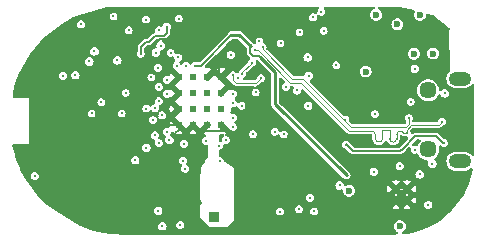
<source format=gbr>
G04 #@! TF.GenerationSoftware,KiCad,Pcbnew,7.0.10-7.0.10~ubuntu22.04.1*
G04 #@! TF.CreationDate,2024-02-23T22:34:40+01:00*
G04 #@! TF.ProjectId,dictofun,64696374-6f66-4756-9e2e-6b696361645f,rev?*
G04 #@! TF.SameCoordinates,Original*
G04 #@! TF.FileFunction,Copper,L2,Inr*
G04 #@! TF.FilePolarity,Positive*
%FSLAX45Y45*%
G04 Gerber Fmt 4.5, Leading zero omitted, Abs format (unit mm)*
G04 Created by KiCad (PCBNEW 7.0.10-7.0.10~ubuntu22.04.1) date 2024-02-23 22:34:40*
%MOMM*%
%LPD*%
G01*
G04 APERTURE LIST*
G04 #@! TA.AperFunction,ComponentPad*
%ADD10C,0.500000*%
G04 #@! TD*
G04 #@! TA.AperFunction,ComponentPad*
%ADD11R,0.850000X0.850000*%
G04 #@! TD*
G04 #@! TA.AperFunction,ComponentPad*
%ADD12C,0.610000*%
G04 #@! TD*
G04 #@! TA.AperFunction,ComponentPad*
%ADD13O,1.900000X1.200000*%
G04 #@! TD*
G04 #@! TA.AperFunction,ComponentPad*
%ADD14C,1.450000*%
G04 #@! TD*
G04 #@! TA.AperFunction,ViaPad*
%ADD15C,0.250000*%
G04 #@! TD*
G04 #@! TA.AperFunction,ViaPad*
%ADD16C,0.300000*%
G04 #@! TD*
G04 #@! TA.AperFunction,ViaPad*
%ADD17C,0.600000*%
G04 #@! TD*
G04 #@! TA.AperFunction,Conductor*
%ADD18C,0.254000*%
G04 #@! TD*
G04 #@! TA.AperFunction,Conductor*
%ADD19C,0.127000*%
G04 #@! TD*
G04 #@! TA.AperFunction,Conductor*
%ADD20C,0.500000*%
G04 #@! TD*
G04 #@! TA.AperFunction,Conductor*
%ADD21C,0.090000*%
G04 #@! TD*
G04 #@! TA.AperFunction,Conductor*
%ADD22C,0.200000*%
G04 #@! TD*
G04 #@! TA.AperFunction,Conductor*
%ADD23C,0.150000*%
G04 #@! TD*
G04 APERTURE END LIST*
D10*
X14901500Y-10486500D03*
X14806500Y-10486500D03*
X14901500Y-10581500D03*
X14806500Y-10581500D03*
D11*
X13265000Y-10725000D03*
D12*
X12970000Y-9540000D03*
X12970000Y-9673300D03*
X12970000Y-9806700D03*
X12970000Y-9940000D03*
X13090000Y-9540000D03*
X13090000Y-9673300D03*
X13090000Y-9806700D03*
X13090000Y-9940000D03*
X13210000Y-9540000D03*
X13210000Y-9673300D03*
X13210000Y-9806700D03*
X13210000Y-9940000D03*
X13330000Y-9540000D03*
X13330000Y-9673300D03*
X13330000Y-9806700D03*
X13330000Y-9940000D03*
D13*
X15350000Y-9550000D03*
D14*
X15080000Y-9650000D03*
X15080000Y-10150000D03*
D13*
X15350000Y-10250000D03*
D15*
X14930000Y-9650000D03*
X13695000Y-10535000D03*
D16*
X13820000Y-10300000D03*
D15*
X14180000Y-10325000D03*
X13140000Y-10600000D03*
X13465000Y-9240000D03*
D17*
X15070000Y-10540000D03*
D15*
X13709000Y-9809000D03*
X13390000Y-10240000D03*
X12642000Y-9463000D03*
X12930000Y-9175000D03*
X12705000Y-9290000D03*
D17*
X14390000Y-9020000D03*
D15*
X13725000Y-10355000D03*
D17*
X14880000Y-9000000D03*
D15*
X12890000Y-10230000D03*
X15218000Y-10187000D03*
X13665000Y-9940000D03*
X13731000Y-10776000D03*
D17*
X15308000Y-10450000D03*
D16*
X11925000Y-10325000D03*
D15*
X13770000Y-10410000D03*
X12637368Y-9899251D03*
X13005000Y-9100000D03*
D16*
X14195000Y-9375000D03*
X15027000Y-9514000D03*
D15*
X13655000Y-9060000D03*
X13310000Y-9440000D03*
X13502181Y-9895903D03*
X14925000Y-9804000D03*
D17*
X14760000Y-10310000D03*
X15240000Y-10410000D03*
D15*
X12628000Y-9596000D03*
X13665000Y-9898000D03*
D17*
X14630000Y-10420000D03*
D15*
X14605000Y-10118000D03*
D16*
X12730000Y-10275000D03*
X12410000Y-10555000D03*
D15*
X13945000Y-9342000D03*
X14397000Y-10583000D03*
X13506000Y-9628000D03*
X14701000Y-9553000D03*
D17*
X14810000Y-9240000D03*
D16*
X11918000Y-9245000D03*
D15*
X12470000Y-9063000D03*
D16*
X15205000Y-9520000D03*
D15*
X12540000Y-9325000D03*
D16*
X12435000Y-10245000D03*
D15*
X14366000Y-10776000D03*
X11630000Y-9660000D03*
X11755000Y-10180000D03*
X14967000Y-9988000D03*
X13184000Y-10256000D03*
D16*
X13480000Y-10120000D03*
D15*
X13145000Y-10350000D03*
X12640000Y-9758000D03*
X13390000Y-9100000D03*
X14090000Y-9900000D03*
D16*
X11750000Y-10375000D03*
D15*
X13830000Y-9250000D03*
X12900000Y-9333000D03*
D17*
X15121482Y-9337722D03*
D15*
X12230000Y-9845000D03*
X11990000Y-9525000D03*
X13500000Y-9780000D03*
X13370000Y-10070000D03*
D16*
X13410000Y-9350000D03*
D15*
X12800000Y-9740000D03*
X12737000Y-9540000D03*
X13473000Y-9542000D03*
D17*
X14640000Y-9010000D03*
D16*
X12795000Y-10670000D03*
D15*
X13200000Y-10075000D03*
X12794000Y-9458000D03*
D16*
X12980000Y-10790000D03*
D15*
X12752000Y-9900000D03*
X12140000Y-9090000D03*
D16*
X12890000Y-10070000D03*
D15*
X13430000Y-9960000D03*
X12800000Y-9620000D03*
X14195000Y-9145000D03*
D17*
X14820000Y-9090000D03*
D15*
X13005000Y-10244000D03*
D16*
X12695000Y-10135000D03*
X12830000Y-10800000D03*
D15*
X13023000Y-10315000D03*
D16*
X15007500Y-10360000D03*
X14840000Y-10290000D03*
X14620000Y-10340000D03*
D15*
X12766000Y-10030000D03*
X12870000Y-10001000D03*
X12800000Y-10095000D03*
X12830000Y-9861000D03*
X12520000Y-9672000D03*
X12870000Y-9680000D03*
X13991000Y-9158000D03*
D16*
X15115000Y-10270000D03*
D15*
X14630000Y-9850000D03*
D16*
X15080000Y-10620000D03*
D15*
X14105000Y-9031000D03*
X13110000Y-9440000D03*
X14390000Y-10370000D03*
X14081000Y-10559000D03*
X12767000Y-9800000D03*
X14115000Y-10675000D03*
D16*
X12775000Y-9330000D03*
X12255000Y-9320000D03*
D15*
X12950000Y-9440000D03*
X12416000Y-9024000D03*
X12965000Y-9370000D03*
D16*
X12815000Y-9270000D03*
D15*
X13320000Y-10250000D03*
X13780000Y-10000000D03*
D16*
X12449000Y-9395000D03*
D15*
X12800000Y-9140000D03*
D17*
X15010000Y-9010000D03*
X14840000Y-10800000D03*
X14550000Y-9490000D03*
D15*
X14302500Y-9437500D03*
X13985000Y-10655000D03*
D17*
X14410000Y-10500000D03*
D15*
X13827000Y-10676000D03*
X12545000Y-9140000D03*
X12690000Y-9050000D03*
X15215000Y-10094000D03*
D16*
X14377000Y-9899000D03*
D15*
X14384023Y-10108542D03*
X12314000Y-9750000D03*
X12485000Y-9845000D03*
X14898000Y-10007000D03*
X15196000Y-9914000D03*
X13617000Y-9311000D03*
X13679000Y-9284000D03*
X14917000Y-9883000D03*
X13013000Y-10101000D03*
D16*
X12600000Y-10240000D03*
D15*
X12870000Y-9560000D03*
X12693753Y-9803728D03*
X13310000Y-10118000D03*
X13597000Y-10020000D03*
X13875000Y-9621000D03*
X13620000Y-9666000D03*
X13664000Y-9546000D03*
X13431000Y-9520000D03*
X13506000Y-9508000D03*
X13587000Y-9415000D03*
X13652000Y-9232000D03*
X14933000Y-9748000D03*
X13857500Y-10022500D03*
X13430000Y-9880000D03*
X12968000Y-9042000D03*
D16*
X12094000Y-9521000D03*
X14966647Y-9467129D03*
X15220000Y-9675000D03*
D17*
X14960000Y-9340000D03*
D15*
X14175000Y-8985000D03*
D16*
X14330000Y-10455000D03*
X14060000Y-9370000D03*
D15*
X13431000Y-9680000D03*
D16*
X13970000Y-9650000D03*
X14070000Y-9525000D03*
X14065000Y-9780000D03*
D15*
X13430000Y-9760000D03*
X14965000Y-10154000D03*
D16*
X12211000Y-9405000D03*
X12866000Y-9111300D03*
D15*
X12646000Y-9340000D03*
X13030000Y-9440000D03*
D18*
X14867000Y-9653000D02*
X14925000Y-9653000D01*
D19*
X13731000Y-10776000D02*
X13705000Y-10802000D01*
X13489097Y-9895903D02*
X13554097Y-9895903D01*
D18*
X14925000Y-9804000D02*
X14913764Y-9804000D01*
D19*
X13310000Y-9440000D02*
X13310000Y-9520000D01*
D20*
X12720000Y-10555000D02*
X13095000Y-10555000D01*
D19*
X13145000Y-10295000D02*
X13145000Y-10350000D01*
D21*
X13350000Y-9920000D02*
X13330000Y-9940000D01*
X13507500Y-9627500D02*
X13549000Y-9669000D01*
X13549000Y-9824640D02*
X13470000Y-9903640D01*
D19*
X13330000Y-9991000D02*
X13330000Y-9940000D01*
D21*
X13549000Y-9669000D02*
X13549000Y-9824640D01*
D19*
X12727000Y-9290000D02*
X12765650Y-9251350D01*
X12930000Y-9175000D02*
X13005000Y-9100000D01*
D18*
X14867000Y-9653000D02*
X14867000Y-9635000D01*
D19*
X13705000Y-10802000D02*
X13705000Y-10830000D01*
D18*
X13845000Y-10325000D02*
X13820000Y-10300000D01*
D19*
X13490846Y-9895903D02*
X13527471Y-9932529D01*
X12628000Y-9596000D02*
X12628000Y-9746000D01*
X13368000Y-9995000D02*
X13334000Y-9995000D01*
D22*
X14880000Y-9170000D02*
X14810000Y-9240000D01*
D19*
X13340000Y-9305000D02*
X13405000Y-9240000D01*
D20*
X13095000Y-10555000D02*
X13140000Y-10600000D01*
X11717000Y-9660000D02*
X11630000Y-9660000D01*
X13705000Y-10830000D02*
X14360000Y-10830000D01*
D19*
X12640000Y-9896619D02*
X12637368Y-9899251D01*
D21*
X13470000Y-10110000D02*
X13480000Y-10120000D01*
D19*
X12642000Y-9463000D02*
X12640000Y-9425000D01*
X13310000Y-9440000D02*
X13340000Y-9410000D01*
D20*
X13095000Y-10720000D02*
X13205000Y-10830000D01*
D21*
X13470000Y-9903640D02*
X13470000Y-9915000D01*
D19*
X13731000Y-10776000D02*
X13695000Y-10740000D01*
D18*
X12775000Y-10345000D02*
X12890000Y-10230000D01*
D19*
X13390000Y-10240000D02*
X13375000Y-10225000D01*
X13420000Y-10047000D02*
X13368000Y-9995000D01*
X13190000Y-9995000D02*
X13334000Y-9995000D01*
D18*
X15308000Y-10450000D02*
X15218000Y-10540000D01*
D19*
X12649251Y-9899251D02*
X12725000Y-9975000D01*
D23*
X12890000Y-10120500D02*
X12910918Y-10120500D01*
D19*
X12705000Y-9360000D02*
X12705000Y-9290000D01*
X12725000Y-9975000D02*
X12830000Y-9975000D01*
D18*
X14930000Y-9648000D02*
X14928000Y-9650000D01*
X12730000Y-10345000D02*
X12775000Y-10345000D01*
D19*
X11918000Y-9245000D02*
X11918000Y-9372000D01*
X13670000Y-9780000D02*
X13670000Y-9615000D01*
D20*
X11778000Y-10173000D02*
X11778000Y-9721000D01*
D21*
X13470000Y-9915000D02*
X13470000Y-10110000D01*
D20*
X11925000Y-10325000D02*
X11925000Y-10280000D01*
D18*
X12730000Y-10275000D02*
X12730000Y-10345000D01*
D19*
X13334000Y-9995000D02*
X13330000Y-9991000D01*
D20*
X11785000Y-10180000D02*
X11778000Y-10173000D01*
D18*
X14430000Y-9240000D02*
X14380000Y-9190000D01*
D19*
X13375000Y-10225000D02*
X13375000Y-10120000D01*
D18*
X14925000Y-9653000D02*
X14928000Y-9650000D01*
D19*
X13527471Y-9932529D02*
X13657529Y-9932529D01*
X13657529Y-9932529D02*
X13665000Y-9940000D01*
D23*
X12910918Y-10120500D02*
X12940500Y-10090918D01*
D19*
X12642000Y-9463000D02*
X12640000Y-9584000D01*
D20*
X12410000Y-10555000D02*
X12720000Y-10555000D01*
D19*
X13770000Y-10410000D02*
X13770000Y-10400000D01*
X12640000Y-9584000D02*
X12628000Y-9596000D01*
X13184000Y-10256000D02*
X13153150Y-10225150D01*
X12640000Y-9758000D02*
X12640000Y-9896619D01*
D21*
X13585000Y-10120000D02*
X13480000Y-10120000D01*
D20*
X11778000Y-9721000D02*
X11717000Y-9660000D01*
D19*
X12470000Y-9063000D02*
X12470000Y-9255000D01*
X12705000Y-9290000D02*
X12727000Y-9290000D01*
X13655000Y-9060000D02*
X13615000Y-9100000D01*
D18*
X12730000Y-10545000D02*
X12720000Y-10555000D01*
D20*
X12055000Y-10555000D02*
X11925000Y-10425000D01*
D19*
X13554097Y-9895903D02*
X13670000Y-9780000D01*
X13665000Y-9898000D02*
X13665000Y-9940000D01*
D20*
X11925000Y-10425000D02*
X11925000Y-10325000D01*
D19*
X12637368Y-9899251D02*
X12649251Y-9899251D01*
X13470000Y-9915000D02*
X13489097Y-9895903D01*
X13770000Y-10400000D02*
X13725000Y-10355000D01*
D18*
X15218000Y-10540000D02*
X15070000Y-10540000D01*
X12730000Y-10345000D02*
X12730000Y-10365000D01*
D20*
X13205000Y-10830000D02*
X13705000Y-10830000D01*
X11925000Y-10280000D02*
X11825000Y-10180000D01*
D19*
X12865000Y-9940000D02*
X12970000Y-9940000D01*
D18*
X14810000Y-9240000D02*
X14430000Y-9240000D01*
D22*
X14380000Y-9030000D02*
X14390000Y-9020000D01*
D19*
X13153150Y-10225150D02*
X13153150Y-10031850D01*
D18*
X14930000Y-9650000D02*
X14930000Y-9648000D01*
D19*
X12765650Y-9251350D02*
X12765650Y-9249559D01*
D20*
X12410000Y-10555000D02*
X12055000Y-10555000D01*
D19*
X13420000Y-10120000D02*
X13480000Y-10120000D01*
X12470000Y-9255000D02*
X12540000Y-9325000D01*
X13375000Y-10120000D02*
X13420000Y-10120000D01*
D20*
X14360000Y-10830000D02*
X14608500Y-10581500D01*
D19*
X12830000Y-9975000D02*
X12865000Y-9940000D01*
D23*
X12940500Y-10090918D02*
X12940500Y-10013500D01*
D19*
X13489097Y-9895903D02*
X13490846Y-9895903D01*
D22*
X14195000Y-9375000D02*
X14380000Y-9190000D01*
D21*
X13820000Y-10300000D02*
X13765000Y-10300000D01*
D19*
X13153150Y-10031850D02*
X13190000Y-9995000D01*
D18*
X12555000Y-10365000D02*
X12435000Y-10245000D01*
D19*
X12765650Y-9249559D02*
X12800208Y-9215000D01*
X13340000Y-9410000D02*
X13340000Y-9305000D01*
X12640000Y-9425000D02*
X12540000Y-9325000D01*
X12890000Y-9215000D02*
X12930000Y-9175000D01*
D23*
X12970000Y-9984000D02*
X12970000Y-9940000D01*
D19*
X14366000Y-10614000D02*
X14366000Y-10776000D01*
D23*
X12940500Y-10013500D02*
X12970000Y-9984000D01*
D18*
X14913764Y-9804000D02*
X14867000Y-9757236D01*
X14928000Y-9650000D02*
X14930000Y-9650000D01*
D19*
X14397000Y-10583000D02*
X14366000Y-10614000D01*
X13420000Y-10120000D02*
X13420000Y-10047000D01*
D23*
X12890000Y-10230000D02*
X12890000Y-10120500D01*
D20*
X13095000Y-10555000D02*
X13095000Y-10720000D01*
D18*
X14180000Y-10325000D02*
X13845000Y-10325000D01*
D19*
X13615000Y-9100000D02*
X13390000Y-9100000D01*
D20*
X14608500Y-10581500D02*
X14901500Y-10581500D01*
D18*
X12730000Y-10365000D02*
X12555000Y-10365000D01*
X14867000Y-9635000D02*
X14817000Y-9585000D01*
X12730000Y-10365000D02*
X12730000Y-10545000D01*
D19*
X12640000Y-9425000D02*
X12705000Y-9360000D01*
D20*
X11785000Y-10180000D02*
X11755000Y-10180000D01*
D21*
X13765000Y-10300000D02*
X13585000Y-10120000D01*
D19*
X11918000Y-9372000D02*
X11630000Y-9660000D01*
X13695000Y-10740000D02*
X13695000Y-10535000D01*
X13405000Y-9240000D02*
X13465000Y-9240000D01*
D22*
X14880000Y-9000000D02*
X14880000Y-9170000D01*
D19*
X12800208Y-9215000D02*
X12890000Y-9215000D01*
D18*
X14867000Y-9757236D02*
X14867000Y-9653000D01*
D19*
X12628000Y-9746000D02*
X12640000Y-9758000D01*
D18*
X14817000Y-9585000D02*
X14701000Y-9585000D01*
D22*
X14380000Y-9190000D02*
X14380000Y-9030000D01*
D20*
X11825000Y-10180000D02*
X11785000Y-10180000D01*
D19*
X13184000Y-10256000D02*
X13145000Y-10295000D01*
D21*
X13470000Y-9915000D02*
X13465000Y-9920000D01*
D19*
X13310000Y-9520000D02*
X13330000Y-9540000D01*
D18*
X13655262Y-9364200D02*
X13783200Y-9492138D01*
X13783200Y-9492138D02*
X13783200Y-9763200D01*
X13415000Y-9180000D02*
X13480236Y-9180000D01*
D19*
X13570150Y-9282614D02*
X13570150Y-9330406D01*
X13155000Y-9440000D02*
X13415000Y-9180000D01*
D18*
X13480236Y-9180000D02*
X13576500Y-9276264D01*
D19*
X13648912Y-9357850D02*
X13655262Y-9364200D01*
D18*
X13783200Y-9763200D02*
X14390000Y-10370000D01*
D19*
X13597594Y-9357850D02*
X13648912Y-9357850D01*
X13110000Y-9440000D02*
X13155000Y-9440000D01*
X13570150Y-9330406D02*
X13597594Y-9357850D01*
X13576500Y-9276264D02*
X13570150Y-9282614D01*
X14476850Y-10164850D02*
X14475000Y-10163000D01*
X15150000Y-10038000D02*
X14970000Y-10038000D01*
X15215000Y-10094000D02*
X15206000Y-10094000D01*
X14475000Y-10163000D02*
X14441000Y-10163000D01*
X14970000Y-10038000D02*
X14863000Y-10145000D01*
X14441000Y-10163000D02*
X14384000Y-10106000D01*
X14843150Y-10164850D02*
X14476850Y-10164850D01*
X14863000Y-10145000D02*
X14843150Y-10164850D01*
X15206000Y-10094000D02*
X15150000Y-10038000D01*
D21*
X14856000Y-9993000D02*
X14843000Y-9993000D01*
X14939000Y-9941000D02*
X14898000Y-9982000D01*
X13913958Y-9586000D02*
X13638958Y-9311000D01*
X14813000Y-10023000D02*
X14813000Y-10058464D01*
X14693000Y-9993000D02*
X14693000Y-10057856D01*
X13638958Y-9311000D02*
X13617000Y-9311000D01*
X14693000Y-9988000D02*
X14693000Y-9993000D01*
X14603000Y-9993000D02*
X14410958Y-9993000D01*
X14753000Y-10023000D02*
X14753000Y-9988000D01*
X14753000Y-10058464D02*
X14753000Y-10023000D01*
X14870000Y-10007000D02*
X14856000Y-9993000D01*
X14410958Y-9993000D02*
X14003958Y-9586000D01*
X15196000Y-9914000D02*
X15169000Y-9941000D01*
X14003958Y-9586000D02*
X13913958Y-9586000D01*
X14898000Y-9982000D02*
X14898000Y-10007000D01*
X14898000Y-10007000D02*
X14870000Y-10007000D01*
X14633000Y-10057856D02*
X14633000Y-10023000D01*
X15169000Y-9941000D02*
X14939000Y-9941000D01*
X14748000Y-9983000D02*
X14698000Y-9983000D01*
X14783000Y-10088460D02*
G75*
G03*
X14813000Y-10058464I0J30000D01*
G01*
X14633000Y-10023000D02*
G75*
G03*
X14603000Y-9993000I-30000J0D01*
G01*
X14752996Y-10058464D02*
G75*
G03*
X14783000Y-10088464I30004J4D01*
G01*
X14698000Y-9983000D02*
G75*
G03*
X14693000Y-9988000I0J-5000D01*
G01*
X14663000Y-10087860D02*
G75*
G03*
X14693000Y-10057856I0J30000D01*
G01*
X14753000Y-9988000D02*
G75*
G03*
X14748000Y-9983000I-5000J0D01*
G01*
X14633004Y-10057856D02*
G75*
G03*
X14663000Y-10087856I29996J-5D01*
G01*
X14843000Y-9993000D02*
G75*
G03*
X14813000Y-10023000I0J-30000D01*
G01*
X13679000Y-9302958D02*
X13928042Y-9552000D01*
X13928042Y-9552000D02*
X14018042Y-9552000D01*
X14018042Y-9552000D02*
X14425042Y-9959000D01*
X14891000Y-9962000D02*
X14917000Y-9936000D01*
X13679000Y-9284000D02*
X13679000Y-9302958D01*
X14876360Y-9959000D02*
X14879360Y-9962000D01*
X14917000Y-9936000D02*
X14917000Y-9883000D01*
X14425042Y-9959000D02*
X14876360Y-9959000D01*
X14879360Y-9962000D02*
X14891000Y-9962000D01*
X13431000Y-9520000D02*
X13428000Y-9523000D01*
X13622000Y-9587000D02*
X13663000Y-9546000D01*
X13428000Y-9523000D02*
X13428000Y-9560640D01*
X13428000Y-9560640D02*
X13454360Y-9587000D01*
X13429000Y-9521000D02*
X13429000Y-9521000D01*
X13454360Y-9587000D02*
X13583000Y-9587000D01*
X13663000Y-9546000D02*
X13664000Y-9546000D01*
X13431000Y-9520000D02*
X13430000Y-9520000D01*
X13664000Y-9546000D02*
X13664000Y-9545000D01*
X13430000Y-9520000D02*
X13429000Y-9521000D01*
X13429000Y-9520000D02*
X13430000Y-9520000D01*
X13430000Y-9520000D02*
X13430000Y-9520000D01*
X13429000Y-9521000D02*
X13429000Y-9520000D01*
X13664000Y-9545000D02*
X13664000Y-9545000D01*
X13431000Y-9519000D02*
X13431000Y-9520000D01*
X13583000Y-9587000D02*
X13622000Y-9587000D01*
X13506000Y-9508000D02*
X13506000Y-9496000D01*
X13506000Y-9496000D02*
X13587000Y-9415000D01*
D19*
X12646000Y-9340000D02*
X12646000Y-9282744D01*
X12841000Y-9188000D02*
X12866000Y-9163000D01*
X12866000Y-9163000D02*
X12866000Y-9111300D01*
X12719000Y-9239000D02*
X12770000Y-9188000D01*
X12646000Y-9282744D02*
X12689744Y-9239000D01*
X12689744Y-9239000D02*
X12719000Y-9239000D01*
X12770000Y-9188000D02*
X12841000Y-9188000D01*
G04 #@! TA.AperFunction,Conductor*
G36*
X14150003Y-8941969D02*
G01*
X14154579Y-8947249D01*
X14155573Y-8954165D01*
X14152670Y-8960520D01*
X14151270Y-8961899D01*
X14149878Y-8963066D01*
X14149370Y-8963493D01*
X14149369Y-8963494D01*
X14143560Y-8973556D01*
X14143559Y-8973557D01*
X14141542Y-8985000D01*
X14141542Y-8985000D01*
X14142589Y-8990941D01*
X14141815Y-8997885D01*
X14137409Y-9003308D01*
X14130771Y-9005488D01*
X14124008Y-9003733D01*
X14122407Y-9002593D01*
X14121729Y-9002024D01*
X14121729Y-9002024D01*
X14110810Y-8998050D01*
X14099190Y-8998050D01*
X14088271Y-9002024D01*
X14081713Y-9007527D01*
X14079369Y-9009494D01*
X14079369Y-9009494D01*
X14073560Y-9019556D01*
X14073559Y-9019557D01*
X14071542Y-9031000D01*
X14071542Y-9031000D01*
X14073559Y-9042443D01*
X14073560Y-9042444D01*
X14079369Y-9052506D01*
X14079370Y-9052507D01*
X14083527Y-9055995D01*
X14088271Y-9059976D01*
X14099190Y-9063950D01*
X14099190Y-9063950D01*
X14110810Y-9063950D01*
X14110810Y-9063950D01*
X14121729Y-9059976D01*
X14130630Y-9052507D01*
X14136440Y-9042443D01*
X14138458Y-9031000D01*
X14137411Y-9025059D01*
X14138185Y-9018115D01*
X14142591Y-9012692D01*
X14149229Y-9010512D01*
X14155992Y-9012267D01*
X14157592Y-9013406D01*
X14158271Y-9013976D01*
X14169190Y-9017950D01*
X14169190Y-9017950D01*
X14180810Y-9017950D01*
X14180810Y-9017950D01*
X14191729Y-9013976D01*
X14200630Y-9006507D01*
X14206440Y-8996443D01*
X14208458Y-8985000D01*
X14208046Y-8982663D01*
X14207136Y-8977500D01*
X14206440Y-8973557D01*
X14200926Y-8964005D01*
X14200631Y-8963494D01*
X14200631Y-8963494D01*
X14200630Y-8963493D01*
X14198730Y-8961899D01*
X14194860Y-8956082D01*
X14194749Y-8949096D01*
X14198433Y-8943159D01*
X14204742Y-8940156D01*
X14206701Y-8940000D01*
X14614556Y-8940000D01*
X14621260Y-8941969D01*
X14625835Y-8947249D01*
X14626829Y-8954165D01*
X14623927Y-8960520D01*
X14619707Y-8963679D01*
X14618995Y-8964005D01*
X14606887Y-8971786D01*
X14597462Y-8982663D01*
X14597462Y-8982663D01*
X14591483Y-8995754D01*
X14589435Y-9010000D01*
X14591483Y-9024246D01*
X14594568Y-9031000D01*
X14597462Y-9037337D01*
X14606887Y-9048214D01*
X14618995Y-9055995D01*
X14618995Y-9055995D01*
X14618995Y-9055995D01*
X14632804Y-9060050D01*
X14632804Y-9060050D01*
X14632804Y-9060050D01*
X14647196Y-9060050D01*
X14647196Y-9060050D01*
X14661005Y-9055995D01*
X14673113Y-9048214D01*
X14682538Y-9037337D01*
X14688516Y-9024246D01*
X14690565Y-9010000D01*
X14688516Y-8995754D01*
X14682538Y-8982663D01*
X14673113Y-8971786D01*
X14661005Y-8964005D01*
X14661005Y-8964005D01*
X14661005Y-8964005D01*
X14660293Y-8963679D01*
X14655013Y-8959104D01*
X14653044Y-8952400D01*
X14655013Y-8945696D01*
X14660293Y-8941120D01*
X14665444Y-8940000D01*
X14828525Y-8940000D01*
X14831434Y-8940346D01*
X14928100Y-8963679D01*
X14956747Y-8970594D01*
X14962801Y-8974081D01*
X14966010Y-8980287D01*
X14965354Y-8987243D01*
X14965117Y-8987799D01*
X14961483Y-8995754D01*
X14959435Y-9010000D01*
X14961483Y-9024246D01*
X14964568Y-9031000D01*
X14967462Y-9037337D01*
X14976887Y-9048214D01*
X14988995Y-9055995D01*
X14988995Y-9055995D01*
X14988995Y-9055995D01*
X15002804Y-9060050D01*
X15002804Y-9060050D01*
X15002804Y-9060050D01*
X15017196Y-9060050D01*
X15017196Y-9060050D01*
X15031005Y-9055995D01*
X15043113Y-9048214D01*
X15052538Y-9037337D01*
X15058516Y-9024246D01*
X15060565Y-9010000D01*
X15060565Y-9010000D01*
X15060619Y-9009621D01*
X15063522Y-9003265D01*
X15069399Y-8999488D01*
X15075802Y-8999332D01*
X15111902Y-9008045D01*
X15114785Y-9009136D01*
X15126430Y-9015290D01*
X15128284Y-9016493D01*
X15249245Y-9111300D01*
X15258108Y-9118247D01*
X15262171Y-9123932D01*
X15262514Y-9130911D01*
X15259998Y-9135408D01*
X15261000Y-9469000D01*
X15263134Y-9471139D01*
X15266477Y-9477274D01*
X15265972Y-9484243D01*
X15263126Y-9488666D01*
X15252018Y-9499774D01*
X15242421Y-9515048D01*
X15236463Y-9532075D01*
X15236463Y-9532075D01*
X15234443Y-9550000D01*
X15234443Y-9550000D01*
X15236463Y-9567925D01*
X15236463Y-9567925D01*
X15242421Y-9584952D01*
X15251558Y-9599494D01*
X15252018Y-9600226D01*
X15264774Y-9612982D01*
X15280048Y-9622579D01*
X15282576Y-9623463D01*
X15297074Y-9628537D01*
X15297075Y-9628537D01*
X15306125Y-9629557D01*
X15310504Y-9630050D01*
X15310504Y-9630050D01*
X15310505Y-9630050D01*
X15389496Y-9630050D01*
X15389496Y-9630050D01*
X15396210Y-9629293D01*
X15402925Y-9628537D01*
X15402925Y-9628537D01*
X15402925Y-9628537D01*
X15419952Y-9622579D01*
X15435226Y-9612982D01*
X15447982Y-9600226D01*
X15447982Y-9600226D01*
X15448474Y-9599734D01*
X15448601Y-9599861D01*
X15453574Y-9596371D01*
X15460555Y-9596086D01*
X15466582Y-9599620D01*
X15469742Y-9605852D01*
X15469950Y-9608116D01*
X15469950Y-10191884D01*
X15467981Y-10198588D01*
X15462701Y-10203164D01*
X15455785Y-10204158D01*
X15449430Y-10201255D01*
X15448477Y-10200263D01*
X15448474Y-10200266D01*
X15435226Y-10187018D01*
X15419952Y-10177421D01*
X15402925Y-10171463D01*
X15402925Y-10171463D01*
X15389496Y-10169950D01*
X15389495Y-10169950D01*
X15310505Y-10169950D01*
X15310504Y-10169950D01*
X15297075Y-10171463D01*
X15297074Y-10171463D01*
X15280048Y-10177421D01*
X15264774Y-10187018D01*
X15252018Y-10199774D01*
X15242421Y-10215048D01*
X15236463Y-10232075D01*
X15236463Y-10232075D01*
X15234443Y-10250000D01*
X15234443Y-10250000D01*
X15236463Y-10267925D01*
X15236463Y-10267925D01*
X15242421Y-10284952D01*
X15247788Y-10293493D01*
X15252018Y-10300226D01*
X15264774Y-10312982D01*
X15280048Y-10322579D01*
X15291092Y-10326443D01*
X15297074Y-10328537D01*
X15297075Y-10328537D01*
X15306125Y-10329557D01*
X15310504Y-10330050D01*
X15310504Y-10330050D01*
X15310505Y-10330050D01*
X15389496Y-10330050D01*
X15389496Y-10330050D01*
X15396210Y-10329293D01*
X15402925Y-10328537D01*
X15402925Y-10328537D01*
X15402925Y-10328537D01*
X15419952Y-10322579D01*
X15435226Y-10312982D01*
X15437335Y-10310873D01*
X15443467Y-10307525D01*
X15450436Y-10308023D01*
X15456029Y-10312210D01*
X15458471Y-10318757D01*
X15458286Y-10321947D01*
X15453239Y-10348621D01*
X15453033Y-10349525D01*
X15443945Y-10383444D01*
X15443830Y-10383845D01*
X15436396Y-10408271D01*
X15436237Y-10408756D01*
X15423792Y-10444322D01*
X15423453Y-10445185D01*
X15403789Y-10490256D01*
X15403387Y-10491092D01*
X15381585Y-10532342D01*
X15380516Y-10534023D01*
X15281349Y-10665273D01*
X15280224Y-10666566D01*
X15256010Y-10690780D01*
X15255330Y-10691411D01*
X15218059Y-10723485D01*
X15217334Y-10724063D01*
X15177770Y-10753263D01*
X15177003Y-10753785D01*
X15135367Y-10779947D01*
X15134564Y-10780411D01*
X15091091Y-10803387D01*
X15090256Y-10803789D01*
X15045186Y-10823453D01*
X15044322Y-10823792D01*
X14997909Y-10840033D01*
X14997023Y-10840306D01*
X14949525Y-10853033D01*
X14948621Y-10853239D01*
X14900307Y-10862381D01*
X14899390Y-10862519D01*
X14874412Y-10865333D01*
X14867530Y-10864128D01*
X14862392Y-10859393D01*
X14860629Y-10852632D01*
X14862802Y-10845991D01*
X14866319Y-10842580D01*
X14873113Y-10838214D01*
X14882538Y-10827337D01*
X14888516Y-10814246D01*
X14890565Y-10800000D01*
X14888516Y-10785754D01*
X14882538Y-10772663D01*
X14873113Y-10761786D01*
X14861005Y-10754005D01*
X14861005Y-10754005D01*
X14861005Y-10754005D01*
X14861005Y-10754005D01*
X14847196Y-10749950D01*
X14847196Y-10749950D01*
X14832804Y-10749950D01*
X14832804Y-10749950D01*
X14818995Y-10754005D01*
X14806887Y-10761786D01*
X14797462Y-10772663D01*
X14797462Y-10772663D01*
X14791483Y-10785754D01*
X14789435Y-10800000D01*
X14791483Y-10814246D01*
X14795773Y-10823639D01*
X14797462Y-10827337D01*
X14806887Y-10838214D01*
X14818995Y-10845995D01*
X14819741Y-10846475D01*
X14819586Y-10846716D01*
X14823766Y-10850339D01*
X14825735Y-10857043D01*
X14823766Y-10863747D01*
X14818486Y-10868322D01*
X14813798Y-10869434D01*
X14800232Y-10869941D01*
X14799769Y-10869950D01*
X12500195Y-10869950D01*
X12499806Y-10869944D01*
X12439486Y-10868048D01*
X12438708Y-10867999D01*
X12378820Y-10862338D01*
X12378047Y-10862241D01*
X12340051Y-10856222D01*
X12339406Y-10856103D01*
X12252038Y-10837484D01*
X12251164Y-10837264D01*
X12200644Y-10822586D01*
X12199903Y-10822345D01*
X12143304Y-10801969D01*
X12142580Y-10801682D01*
X12138694Y-10800000D01*
X12794108Y-10800000D01*
X12795865Y-10811091D01*
X12800963Y-10821097D01*
X12808903Y-10829037D01*
X12818909Y-10834135D01*
X12830000Y-10835892D01*
X12830000Y-10835892D01*
X12830000Y-10835892D01*
X12841091Y-10834135D01*
X12841091Y-10834135D01*
X12841091Y-10834135D01*
X12851097Y-10829037D01*
X12859037Y-10821097D01*
X12864135Y-10811091D01*
X12864135Y-10811091D01*
X12864135Y-10811091D01*
X12865892Y-10800000D01*
X12865892Y-10800000D01*
X12864308Y-10790000D01*
X12944108Y-10790000D01*
X12945865Y-10801091D01*
X12950963Y-10811097D01*
X12958903Y-10819037D01*
X12968909Y-10824135D01*
X12980000Y-10825892D01*
X12980000Y-10825892D01*
X12980000Y-10825892D01*
X12991091Y-10824135D01*
X12991091Y-10824135D01*
X12991091Y-10824135D01*
X13001097Y-10819037D01*
X13009037Y-10811097D01*
X13014135Y-10801091D01*
X13014135Y-10801091D01*
X13014135Y-10801091D01*
X13015892Y-10790000D01*
X13015892Y-10790000D01*
X13014135Y-10778909D01*
X13009037Y-10768903D01*
X13001096Y-10760963D01*
X12991091Y-10755865D01*
X12980000Y-10754108D01*
X12980000Y-10754108D01*
X12968909Y-10755865D01*
X12958903Y-10760963D01*
X12950963Y-10768903D01*
X12945865Y-10778909D01*
X12944108Y-10790000D01*
X12944108Y-10790000D01*
X12864308Y-10790000D01*
X12864135Y-10788909D01*
X12859037Y-10778903D01*
X12851096Y-10770963D01*
X12841091Y-10765865D01*
X12830000Y-10764108D01*
X12830000Y-10764108D01*
X12818909Y-10765865D01*
X12808903Y-10770963D01*
X12800963Y-10778903D01*
X12795865Y-10788909D01*
X12794108Y-10800000D01*
X12794108Y-10800000D01*
X12138694Y-10800000D01*
X12137296Y-10799395D01*
X12135649Y-10798530D01*
X11930000Y-10670000D01*
X12759108Y-10670000D01*
X12760865Y-10681091D01*
X12765963Y-10691097D01*
X12773903Y-10699037D01*
X12783909Y-10704135D01*
X12795000Y-10705892D01*
X12795000Y-10705892D01*
X12795000Y-10705892D01*
X12806091Y-10704135D01*
X12806091Y-10704135D01*
X12806091Y-10704135D01*
X12816097Y-10699037D01*
X12824037Y-10691097D01*
X12829135Y-10681091D01*
X12829135Y-10681091D01*
X12829135Y-10681091D01*
X12830892Y-10670000D01*
X12830892Y-10670000D01*
X12829135Y-10658909D01*
X12824037Y-10648903D01*
X12816096Y-10640963D01*
X12806091Y-10635865D01*
X12795000Y-10634108D01*
X12795000Y-10634108D01*
X12783909Y-10635865D01*
X12773903Y-10640963D01*
X12765963Y-10648903D01*
X12760865Y-10658909D01*
X12759108Y-10670000D01*
X12759108Y-10670000D01*
X11930000Y-10670000D01*
X11853260Y-10622038D01*
X11851632Y-10620824D01*
X11836315Y-10607320D01*
X11835747Y-10606787D01*
X11793213Y-10564253D01*
X11792680Y-10563685D01*
X11767284Y-10534879D01*
X11766484Y-10533870D01*
X11702444Y-10443909D01*
X11660807Y-10385420D01*
X11660237Y-10384543D01*
X11654594Y-10375000D01*
X11714108Y-10375000D01*
X11715865Y-10386091D01*
X11720963Y-10396097D01*
X11728903Y-10404037D01*
X11738909Y-10409135D01*
X11750000Y-10410892D01*
X11750000Y-10410892D01*
X11750000Y-10410892D01*
X11761091Y-10409135D01*
X11761091Y-10409135D01*
X11761091Y-10409135D01*
X11771097Y-10404037D01*
X11779037Y-10396097D01*
X11784135Y-10386091D01*
X11784135Y-10386091D01*
X11784135Y-10386091D01*
X11785892Y-10375000D01*
X11785892Y-10375000D01*
X11784135Y-10363909D01*
X11779037Y-10353903D01*
X11771096Y-10345963D01*
X11761091Y-10340865D01*
X11750000Y-10339108D01*
X11750000Y-10339108D01*
X11738909Y-10340865D01*
X11728903Y-10345963D01*
X11720963Y-10353903D01*
X11715865Y-10363909D01*
X11714108Y-10375000D01*
X11714108Y-10375000D01*
X11654594Y-10375000D01*
X11650562Y-10368183D01*
X11650225Y-10367613D01*
X11649850Y-10366930D01*
X11636128Y-10340000D01*
X11622540Y-10313332D01*
X11622208Y-10312627D01*
X11621488Y-10310963D01*
X11598317Y-10257419D01*
X11598031Y-10256695D01*
X11597732Y-10255865D01*
X11592020Y-10240000D01*
X12564108Y-10240000D01*
X12565865Y-10251091D01*
X12570963Y-10261097D01*
X12578903Y-10269037D01*
X12588909Y-10274135D01*
X12600000Y-10275892D01*
X12600000Y-10275892D01*
X12600000Y-10275892D01*
X12611091Y-10274135D01*
X12611091Y-10274135D01*
X12611091Y-10274135D01*
X12621097Y-10269037D01*
X12629037Y-10261097D01*
X12634135Y-10251091D01*
X12634135Y-10251091D01*
X12634135Y-10251091D01*
X12635258Y-10244000D01*
X12971542Y-10244000D01*
X12973559Y-10255443D01*
X12973560Y-10255444D01*
X12979369Y-10265506D01*
X12979369Y-10265506D01*
X12979369Y-10265507D01*
X12988271Y-10272976D01*
X12991788Y-10274256D01*
X12997415Y-10278399D01*
X12999908Y-10284925D01*
X12998477Y-10291764D01*
X12997732Y-10292865D01*
X12991560Y-10303556D01*
X12991559Y-10303557D01*
X12989542Y-10315000D01*
X12989542Y-10315000D01*
X12991559Y-10326443D01*
X12991560Y-10326444D01*
X12997369Y-10336506D01*
X12997369Y-10336506D01*
X12997369Y-10336507D01*
X13006271Y-10343976D01*
X13017190Y-10347950D01*
X13017190Y-10347950D01*
X13028810Y-10347950D01*
X13028810Y-10347950D01*
X13039729Y-10343976D01*
X13048630Y-10336507D01*
X13054440Y-10326443D01*
X13056458Y-10315000D01*
X13056164Y-10313332D01*
X13055577Y-10310000D01*
X13054440Y-10303557D01*
X13048630Y-10293493D01*
X13048630Y-10293493D01*
X13048630Y-10293493D01*
X13039729Y-10286024D01*
X13036211Y-10284744D01*
X13030585Y-10280601D01*
X13028092Y-10274074D01*
X13029523Y-10267236D01*
X13030268Y-10266135D01*
X13030630Y-10265507D01*
X13030630Y-10265507D01*
X13036440Y-10255443D01*
X13038458Y-10244000D01*
X13038226Y-10242685D01*
X13037024Y-10235865D01*
X13036440Y-10232557D01*
X13033535Y-10227525D01*
X13030631Y-10222494D01*
X13030631Y-10222494D01*
X13030630Y-10222493D01*
X13030630Y-10222493D01*
X13030630Y-10222493D01*
X13023886Y-10216835D01*
X13021729Y-10215024D01*
X13010810Y-10211050D01*
X12999190Y-10211050D01*
X12988271Y-10215024D01*
X12983648Y-10218903D01*
X12979369Y-10222494D01*
X12979369Y-10222494D01*
X12973560Y-10232556D01*
X12973559Y-10232557D01*
X12971542Y-10244000D01*
X12971542Y-10244000D01*
X12635258Y-10244000D01*
X12635892Y-10240000D01*
X12635892Y-10240000D01*
X12634135Y-10228909D01*
X12629037Y-10218903D01*
X12621096Y-10210963D01*
X12611091Y-10205865D01*
X12600000Y-10204108D01*
X12600000Y-10204108D01*
X12588909Y-10205865D01*
X12578903Y-10210963D01*
X12570963Y-10218903D01*
X12565865Y-10228909D01*
X12564108Y-10240000D01*
X12564108Y-10240000D01*
X11592020Y-10240000D01*
X11578299Y-10201889D01*
X11577862Y-10200380D01*
X11563333Y-10135000D01*
X12659108Y-10135000D01*
X12660865Y-10146091D01*
X12665963Y-10156097D01*
X12673903Y-10164037D01*
X12683909Y-10169135D01*
X12695000Y-10170892D01*
X12695000Y-10170892D01*
X12695000Y-10170892D01*
X12706091Y-10169135D01*
X12706091Y-10169135D01*
X12706091Y-10169135D01*
X12716097Y-10164037D01*
X12724037Y-10156097D01*
X12729135Y-10146091D01*
X12729135Y-10146091D01*
X12729135Y-10146091D01*
X12730892Y-10135000D01*
X12730892Y-10135000D01*
X12729135Y-10123909D01*
X12724037Y-10113903D01*
X12716096Y-10105963D01*
X12706091Y-10100865D01*
X12695000Y-10099108D01*
X12695000Y-10099108D01*
X12683909Y-10100865D01*
X12673903Y-10105963D01*
X12665963Y-10113903D01*
X12660865Y-10123909D01*
X12659108Y-10135000D01*
X12659108Y-10135000D01*
X11563333Y-10135000D01*
X11559554Y-10117993D01*
X11560021Y-10111022D01*
X11564183Y-10105410D01*
X11570719Y-10102939D01*
X11571569Y-10102904D01*
X11699000Y-10102000D01*
X11699186Y-10030000D01*
X12732542Y-10030000D01*
X12734559Y-10041443D01*
X12734560Y-10041444D01*
X12740369Y-10051506D01*
X12740370Y-10051507D01*
X12743478Y-10054115D01*
X12749271Y-10058976D01*
X12760190Y-10062950D01*
X12760190Y-10062950D01*
X12761144Y-10063118D01*
X12767404Y-10066221D01*
X12770993Y-10072215D01*
X12770772Y-10079199D01*
X12769730Y-10081530D01*
X12768560Y-10083556D01*
X12768559Y-10083557D01*
X12766542Y-10095000D01*
X12766542Y-10095000D01*
X12768559Y-10106443D01*
X12768560Y-10106444D01*
X12774369Y-10116506D01*
X12774370Y-10116507D01*
X12778515Y-10119985D01*
X12783271Y-10123976D01*
X12794190Y-10127950D01*
X12794190Y-10127950D01*
X12805810Y-10127950D01*
X12805810Y-10127950D01*
X12816729Y-10123976D01*
X12825630Y-10116507D01*
X12831440Y-10106443D01*
X12833458Y-10095000D01*
X12832258Y-10088193D01*
X12832589Y-10085230D01*
X12831775Y-10084317D01*
X12831501Y-10083662D01*
X12831440Y-10083557D01*
X12831440Y-10083557D01*
X12826500Y-10075000D01*
X12825631Y-10073494D01*
X12825630Y-10073493D01*
X12816729Y-10066024D01*
X12816729Y-10066024D01*
X12805810Y-10062050D01*
X12805810Y-10062050D01*
X12804855Y-10061882D01*
X12798595Y-10058779D01*
X12795006Y-10052784D01*
X12795228Y-10045801D01*
X12796270Y-10043471D01*
X12797440Y-10041443D01*
X12799458Y-10030000D01*
X12797440Y-10018557D01*
X12793424Y-10011600D01*
X12791631Y-10008494D01*
X12791631Y-10008494D01*
X12791630Y-10008493D01*
X12791630Y-10008493D01*
X12791630Y-10008493D01*
X12782729Y-10001024D01*
X12782729Y-10001024D01*
X12782662Y-10001000D01*
X12836542Y-10001000D01*
X12838559Y-10012443D01*
X12838560Y-10012444D01*
X12844369Y-10022506D01*
X12844370Y-10022507D01*
X12853270Y-10029976D01*
X12853271Y-10029976D01*
X12853271Y-10029976D01*
X12854767Y-10030520D01*
X12860393Y-10034663D01*
X12862887Y-10041189D01*
X12861456Y-10048028D01*
X12861203Y-10048432D01*
X12855865Y-10058909D01*
X12854108Y-10070000D01*
X12854108Y-10070000D01*
X12855227Y-10077066D01*
X12854883Y-10079731D01*
X12855518Y-10080411D01*
X12855865Y-10081091D01*
X12855865Y-10081091D01*
X12856581Y-10082496D01*
X12860963Y-10091097D01*
X12868903Y-10099037D01*
X12878909Y-10104135D01*
X12890000Y-10105892D01*
X12890000Y-10105892D01*
X12890000Y-10105892D01*
X12901091Y-10104135D01*
X12901091Y-10104135D01*
X12901091Y-10104135D01*
X12907244Y-10101000D01*
X12979542Y-10101000D01*
X12981559Y-10112443D01*
X12981560Y-10112444D01*
X12987369Y-10122506D01*
X12987370Y-10122507D01*
X12989120Y-10123976D01*
X12996271Y-10129976D01*
X13007190Y-10133950D01*
X13007190Y-10133950D01*
X13018810Y-10133950D01*
X13018810Y-10133950D01*
X13029729Y-10129976D01*
X13038630Y-10122507D01*
X13044440Y-10112443D01*
X13046458Y-10101000D01*
X13046419Y-10100777D01*
X13044784Y-10091507D01*
X13044440Y-10089557D01*
X13040399Y-10082557D01*
X13038631Y-10079494D01*
X13038631Y-10079494D01*
X13038630Y-10079493D01*
X13038630Y-10079493D01*
X13038630Y-10079493D01*
X13029729Y-10072024D01*
X13029729Y-10072024D01*
X13018810Y-10068050D01*
X13007190Y-10068050D01*
X12996271Y-10072024D01*
X12991553Y-10075983D01*
X12987369Y-10079494D01*
X12987369Y-10079494D01*
X12981560Y-10089556D01*
X12981559Y-10089557D01*
X12979542Y-10101000D01*
X12979542Y-10101000D01*
X12907244Y-10101000D01*
X12911097Y-10099037D01*
X12919037Y-10091097D01*
X12924135Y-10081091D01*
X12924135Y-10081091D01*
X12924135Y-10081091D01*
X12925892Y-10070000D01*
X12925892Y-10070000D01*
X12924135Y-10058909D01*
X12919037Y-10048903D01*
X12911096Y-10040963D01*
X12902555Y-10036611D01*
X12897476Y-10031813D01*
X12895796Y-10025031D01*
X12897446Y-10019362D01*
X12897667Y-10018978D01*
X12901440Y-10012443D01*
X12901486Y-10012187D01*
X12901667Y-10011821D01*
X12901811Y-10011424D01*
X12901856Y-10011440D01*
X12904588Y-10005927D01*
X12910582Y-10002337D01*
X12917566Y-10002558D01*
X12920294Y-10003840D01*
X12934851Y-10012987D01*
X12951974Y-10018978D01*
X12970000Y-10021009D01*
X12970000Y-10021009D01*
X12988026Y-10018978D01*
X13005149Y-10012987D01*
X13006673Y-10012029D01*
X13006673Y-10012029D01*
X13053326Y-10012029D01*
X13054851Y-10012987D01*
X13054852Y-10012987D01*
X13071974Y-10018978D01*
X13090000Y-10021009D01*
X13090000Y-10021009D01*
X13108026Y-10018978D01*
X13125149Y-10012987D01*
X13126673Y-10012029D01*
X13126673Y-10012029D01*
X13090000Y-9975355D01*
X13090000Y-9975355D01*
X13053326Y-10012029D01*
X13006673Y-10012029D01*
X12934645Y-9940000D01*
X12954212Y-9940000D01*
X12956327Y-9947894D01*
X12962106Y-9953673D01*
X12967992Y-9955250D01*
X12972008Y-9955250D01*
X12977894Y-9953673D01*
X12983673Y-9947894D01*
X12985788Y-9940000D01*
X12983673Y-9932106D01*
X12977894Y-9926327D01*
X12972008Y-9924750D01*
X12967992Y-9924750D01*
X12962106Y-9926327D01*
X12956327Y-9932106D01*
X12954212Y-9940000D01*
X12934645Y-9940000D01*
X12897971Y-9903326D01*
X12897971Y-9903326D01*
X12897013Y-9904851D01*
X12897013Y-9904852D01*
X12891021Y-9921974D01*
X12888991Y-9940000D01*
X12888991Y-9940000D01*
X12890625Y-9954510D01*
X12889420Y-9961392D01*
X12884685Y-9966530D01*
X12877924Y-9968293D01*
X12876151Y-9968110D01*
X12875810Y-9968050D01*
X12875810Y-9968050D01*
X12864190Y-9968050D01*
X12853271Y-9972024D01*
X12845561Y-9978494D01*
X12844369Y-9979494D01*
X12844369Y-9979494D01*
X12838560Y-9989556D01*
X12838559Y-9989557D01*
X12836542Y-10001000D01*
X12836542Y-10001000D01*
X12782662Y-10001000D01*
X12771810Y-9997050D01*
X12760190Y-9997050D01*
X12749271Y-10001024D01*
X12740856Y-10008085D01*
X12740369Y-10008494D01*
X12740369Y-10008494D01*
X12734560Y-10018556D01*
X12734559Y-10018557D01*
X12732542Y-10030000D01*
X12732542Y-10030000D01*
X11699186Y-10030000D01*
X11699664Y-9845000D01*
X12196542Y-9845000D01*
X12198559Y-9856443D01*
X12198560Y-9856444D01*
X12204369Y-9866506D01*
X12204369Y-9866506D01*
X12204369Y-9866507D01*
X12213271Y-9873976D01*
X12224190Y-9877950D01*
X12224190Y-9877950D01*
X12235810Y-9877950D01*
X12235810Y-9877950D01*
X12246729Y-9873976D01*
X12255630Y-9866507D01*
X12261440Y-9856443D01*
X12263458Y-9845000D01*
X12451542Y-9845000D01*
X12453559Y-9856443D01*
X12453560Y-9856444D01*
X12459369Y-9866506D01*
X12459369Y-9866506D01*
X12459369Y-9866507D01*
X12468271Y-9873976D01*
X12479190Y-9877950D01*
X12479190Y-9877950D01*
X12490810Y-9877950D01*
X12490810Y-9877950D01*
X12501729Y-9873976D01*
X12510630Y-9866507D01*
X12516440Y-9856443D01*
X12518458Y-9845000D01*
X12516440Y-9833557D01*
X12510630Y-9823493D01*
X12510630Y-9823493D01*
X12510630Y-9823493D01*
X12501729Y-9816024D01*
X12501729Y-9816024D01*
X12490810Y-9812050D01*
X12479190Y-9812050D01*
X12470616Y-9815171D01*
X12468271Y-9816024D01*
X12459369Y-9823494D01*
X12459369Y-9823494D01*
X12453560Y-9833556D01*
X12453559Y-9833557D01*
X12451542Y-9845000D01*
X12451542Y-9845000D01*
X12263458Y-9845000D01*
X12261440Y-9833557D01*
X12255630Y-9823493D01*
X12255630Y-9823493D01*
X12255630Y-9823493D01*
X12246729Y-9816024D01*
X12246729Y-9816024D01*
X12235810Y-9812050D01*
X12224190Y-9812050D01*
X12215616Y-9815171D01*
X12213271Y-9816024D01*
X12204369Y-9823494D01*
X12204369Y-9823494D01*
X12198560Y-9833556D01*
X12198559Y-9833557D01*
X12196542Y-9845000D01*
X12196542Y-9845000D01*
X11699664Y-9845000D01*
X11699771Y-9803728D01*
X12660295Y-9803728D01*
X12662312Y-9815171D01*
X12662312Y-9815171D01*
X12668122Y-9825234D01*
X12668122Y-9825234D01*
X12668122Y-9825234D01*
X12677024Y-9832703D01*
X12687943Y-9836678D01*
X12687943Y-9836678D01*
X12699563Y-9836678D01*
X12699563Y-9836678D01*
X12710482Y-9832703D01*
X12719383Y-9825234D01*
X12720765Y-9822840D01*
X12725822Y-9818019D01*
X12732682Y-9816697D01*
X12739169Y-9819293D01*
X12741003Y-9821069D01*
X12741369Y-9821507D01*
X12741369Y-9821507D01*
X12750271Y-9828976D01*
X12761190Y-9832950D01*
X12761190Y-9832950D01*
X12772810Y-9832950D01*
X12772810Y-9832950D01*
X12783729Y-9828976D01*
X12783729Y-9828976D01*
X12784749Y-9828605D01*
X12784791Y-9828721D01*
X12790510Y-9827333D01*
X12797113Y-9829618D01*
X12801432Y-9835110D01*
X12802097Y-9842066D01*
X12800660Y-9845919D01*
X12798560Y-9849557D01*
X12798559Y-9849557D01*
X12796542Y-9861000D01*
X12796542Y-9861000D01*
X12797530Y-9866604D01*
X12796755Y-9873548D01*
X12792350Y-9878971D01*
X12785712Y-9881151D01*
X12778949Y-9879396D01*
X12777348Y-9878256D01*
X12771737Y-9873548D01*
X12768729Y-9871024D01*
X12757810Y-9867050D01*
X12746190Y-9867050D01*
X12735271Y-9871024D01*
X12727073Y-9877903D01*
X12726369Y-9878494D01*
X12726369Y-9878494D01*
X12720560Y-9888556D01*
X12720559Y-9888557D01*
X12718542Y-9900000D01*
X12718542Y-9900000D01*
X12720559Y-9911443D01*
X12720560Y-9911444D01*
X12726369Y-9921506D01*
X12726369Y-9921506D01*
X12726369Y-9921507D01*
X12735271Y-9928976D01*
X12746190Y-9932950D01*
X12746190Y-9932950D01*
X12757810Y-9932950D01*
X12757810Y-9932950D01*
X12768729Y-9928976D01*
X12777630Y-9921507D01*
X12783440Y-9911443D01*
X12785458Y-9900000D01*
X12784470Y-9894396D01*
X12785244Y-9887452D01*
X12789650Y-9882029D01*
X12796288Y-9879849D01*
X12803051Y-9881604D01*
X12804652Y-9882744D01*
X12813271Y-9889976D01*
X12824190Y-9893950D01*
X12824190Y-9893950D01*
X12835810Y-9893950D01*
X12835810Y-9893950D01*
X12846729Y-9889976D01*
X12855630Y-9882507D01*
X12861440Y-9872443D01*
X12863458Y-9861000D01*
X12861440Y-9849557D01*
X12855630Y-9839493D01*
X12855630Y-9839493D01*
X12855630Y-9839493D01*
X12847538Y-9832703D01*
X12846729Y-9832024D01*
X12835810Y-9828050D01*
X12824190Y-9828050D01*
X12813271Y-9832024D01*
X12813271Y-9832024D01*
X12812251Y-9832395D01*
X12812209Y-9832279D01*
X12806487Y-9833667D01*
X12799885Y-9831381D01*
X12795567Y-9825888D01*
X12794903Y-9818933D01*
X12796340Y-9815081D01*
X12798440Y-9811443D01*
X12799277Y-9806700D01*
X12888991Y-9806700D01*
X12891021Y-9824726D01*
X12897013Y-9841849D01*
X12897971Y-9843373D01*
X12897971Y-9843374D01*
X12934645Y-9806700D01*
X12954212Y-9806700D01*
X12956327Y-9814594D01*
X12962106Y-9820373D01*
X12967992Y-9821950D01*
X12972008Y-9821950D01*
X12977894Y-9820373D01*
X12983673Y-9814594D01*
X12985788Y-9806700D01*
X12983673Y-9798806D01*
X12977894Y-9793027D01*
X12972008Y-9791450D01*
X12967992Y-9791450D01*
X12962106Y-9793027D01*
X12956327Y-9798806D01*
X12954212Y-9806700D01*
X12934645Y-9806700D01*
X12897971Y-9770026D01*
X12897971Y-9770026D01*
X12897013Y-9771551D01*
X12897013Y-9771552D01*
X12891021Y-9788674D01*
X12888991Y-9806700D01*
X12888991Y-9806700D01*
X12799277Y-9806700D01*
X12800458Y-9800000D01*
X12798440Y-9788557D01*
X12798440Y-9788557D01*
X12798252Y-9787488D01*
X12798442Y-9787455D01*
X12798084Y-9781824D01*
X12801481Y-9775719D01*
X12805938Y-9772903D01*
X12816729Y-9768976D01*
X12825630Y-9761507D01*
X12831440Y-9751443D01*
X12833458Y-9740000D01*
X12833193Y-9738493D01*
X12831873Y-9731011D01*
X12831440Y-9728557D01*
X12825630Y-9718493D01*
X12825630Y-9718493D01*
X12825630Y-9718493D01*
X12816729Y-9711024D01*
X12816729Y-9711024D01*
X12805810Y-9707050D01*
X12794190Y-9707050D01*
X12787307Y-9709555D01*
X12783271Y-9711024D01*
X12774369Y-9718494D01*
X12774369Y-9718494D01*
X12768560Y-9728556D01*
X12768559Y-9728557D01*
X12766796Y-9738557D01*
X12766542Y-9740000D01*
X12768559Y-9751443D01*
X12768748Y-9752512D01*
X12768558Y-9752545D01*
X12768915Y-9758178D01*
X12765517Y-9764283D01*
X12761061Y-9767097D01*
X12750271Y-9771024D01*
X12750271Y-9771024D01*
X12743178Y-9776976D01*
X12741369Y-9778494D01*
X12739987Y-9780887D01*
X12734931Y-9785709D01*
X12728070Y-9787031D01*
X12721584Y-9784434D01*
X12719750Y-9782658D01*
X12719383Y-9782221D01*
X12713465Y-9777255D01*
X12710482Y-9774752D01*
X12699563Y-9770778D01*
X12687943Y-9770778D01*
X12677024Y-9774752D01*
X12668595Y-9781824D01*
X12668122Y-9782221D01*
X12668122Y-9782221D01*
X12662312Y-9792284D01*
X12662312Y-9792284D01*
X12660295Y-9803727D01*
X12660295Y-9803728D01*
X11699771Y-9803728D01*
X11699910Y-9750000D01*
X12280542Y-9750000D01*
X12282559Y-9761443D01*
X12282560Y-9761444D01*
X12288369Y-9771506D01*
X12288370Y-9771507D01*
X12292025Y-9774574D01*
X12297271Y-9778976D01*
X12308190Y-9782950D01*
X12308190Y-9782950D01*
X12319810Y-9782950D01*
X12319810Y-9782950D01*
X12330729Y-9778976D01*
X12339630Y-9771507D01*
X12345440Y-9761443D01*
X12347458Y-9750000D01*
X12347369Y-9749496D01*
X12346419Y-9744108D01*
X12345440Y-9738557D01*
X12340842Y-9730592D01*
X12339631Y-9728494D01*
X12339631Y-9728494D01*
X12339630Y-9728493D01*
X12339630Y-9728493D01*
X12339630Y-9728493D01*
X12330729Y-9721024D01*
X12330729Y-9721024D01*
X12319810Y-9717050D01*
X12308190Y-9717050D01*
X12297271Y-9721024D01*
X12288369Y-9728494D01*
X12288369Y-9728494D01*
X12282560Y-9738556D01*
X12282559Y-9738557D01*
X12280542Y-9750000D01*
X12280542Y-9750000D01*
X11699910Y-9750000D01*
X11700000Y-9715000D01*
X11574133Y-9715000D01*
X11567430Y-9713032D01*
X11562854Y-9707751D01*
X11561860Y-9700835D01*
X11561919Y-9700463D01*
X11565668Y-9679037D01*
X11566900Y-9672000D01*
X12486542Y-9672000D01*
X12488559Y-9683443D01*
X12488560Y-9683444D01*
X12494369Y-9693506D01*
X12494370Y-9693507D01*
X12498820Y-9697241D01*
X12503271Y-9700976D01*
X12514190Y-9704950D01*
X12514190Y-9704950D01*
X12525810Y-9704950D01*
X12525810Y-9704950D01*
X12536729Y-9700976D01*
X12545630Y-9693507D01*
X12551440Y-9683443D01*
X12552048Y-9680000D01*
X12836542Y-9680000D01*
X12838559Y-9691443D01*
X12838560Y-9691444D01*
X12844369Y-9701506D01*
X12844370Y-9701507D01*
X12848473Y-9704950D01*
X12853271Y-9708976D01*
X12864190Y-9712950D01*
X12864190Y-9712950D01*
X12875810Y-9712950D01*
X12875810Y-9712950D01*
X12885957Y-9709257D01*
X12892929Y-9708814D01*
X12894262Y-9709555D01*
X12897971Y-9709974D01*
X12934645Y-9673300D01*
X12954212Y-9673300D01*
X12956327Y-9681194D01*
X12962106Y-9686973D01*
X12967992Y-9688550D01*
X12972008Y-9688550D01*
X12977894Y-9686973D01*
X12983673Y-9681194D01*
X12985788Y-9673300D01*
X12983673Y-9665406D01*
X12977894Y-9659627D01*
X12972008Y-9658050D01*
X12967992Y-9658050D01*
X12962106Y-9659627D01*
X12956327Y-9665406D01*
X12954212Y-9673300D01*
X12934645Y-9673300D01*
X12897971Y-9636626D01*
X12897971Y-9636626D01*
X12897013Y-9638151D01*
X12896002Y-9641039D01*
X12891930Y-9646717D01*
X12885435Y-9649292D01*
X12880057Y-9648596D01*
X12875810Y-9647050D01*
X12875810Y-9647050D01*
X12875810Y-9647050D01*
X12864190Y-9647050D01*
X12854908Y-9650429D01*
X12853271Y-9651024D01*
X12844369Y-9658494D01*
X12844369Y-9658494D01*
X12838560Y-9668556D01*
X12838559Y-9668557D01*
X12836542Y-9680000D01*
X12836542Y-9680000D01*
X12552048Y-9680000D01*
X12553458Y-9672000D01*
X12551440Y-9660557D01*
X12545630Y-9650493D01*
X12545630Y-9650493D01*
X12545630Y-9650493D01*
X12536729Y-9643024D01*
X12536729Y-9643024D01*
X12525810Y-9639050D01*
X12514190Y-9639050D01*
X12503271Y-9643024D01*
X12494447Y-9650429D01*
X12494369Y-9650494D01*
X12494369Y-9650494D01*
X12488560Y-9660556D01*
X12488559Y-9660557D01*
X12486542Y-9672000D01*
X12486542Y-9672000D01*
X11566900Y-9672000D01*
X11576000Y-9620000D01*
X12766542Y-9620000D01*
X12768559Y-9631443D01*
X12768560Y-9631444D01*
X12774369Y-9641506D01*
X12774370Y-9641507D01*
X12777929Y-9644493D01*
X12783271Y-9648976D01*
X12794190Y-9652950D01*
X12794190Y-9652950D01*
X12805810Y-9652950D01*
X12805810Y-9652950D01*
X12816729Y-9648976D01*
X12825630Y-9641507D01*
X12831440Y-9631443D01*
X12833458Y-9620000D01*
X12831440Y-9608557D01*
X12827531Y-9601786D01*
X12825631Y-9598494D01*
X12825631Y-9598494D01*
X12825630Y-9598493D01*
X12825630Y-9598493D01*
X12825630Y-9598493D01*
X12818954Y-9592892D01*
X12816729Y-9591024D01*
X12805810Y-9587050D01*
X12794190Y-9587050D01*
X12783271Y-9591024D01*
X12775892Y-9597216D01*
X12774369Y-9598494D01*
X12774369Y-9598494D01*
X12768560Y-9608556D01*
X12768559Y-9608557D01*
X12766542Y-9620000D01*
X12766542Y-9620000D01*
X11576000Y-9620000D01*
X11581094Y-9590889D01*
X11581641Y-9588831D01*
X11598032Y-9543303D01*
X11598317Y-9542582D01*
X11605926Y-9525000D01*
X11956542Y-9525000D01*
X11958559Y-9536443D01*
X11958560Y-9536444D01*
X11964369Y-9546506D01*
X11964370Y-9546507D01*
X11966812Y-9548556D01*
X11973271Y-9553976D01*
X11984190Y-9557950D01*
X11984190Y-9557950D01*
X11995810Y-9557950D01*
X11995810Y-9557950D01*
X12006729Y-9553976D01*
X12015630Y-9546507D01*
X12021440Y-9536443D01*
X12023458Y-9525000D01*
X12023458Y-9525000D01*
X12022753Y-9521000D01*
X12058108Y-9521000D01*
X12059865Y-9532091D01*
X12064963Y-9542097D01*
X12072903Y-9550037D01*
X12082909Y-9555135D01*
X12094000Y-9556892D01*
X12094000Y-9556892D01*
X12094000Y-9556892D01*
X12105091Y-9555135D01*
X12105091Y-9555135D01*
X12105091Y-9555135D01*
X12115097Y-9550037D01*
X12123037Y-9542097D01*
X12124105Y-9540000D01*
X12703542Y-9540000D01*
X12705559Y-9551443D01*
X12705560Y-9551444D01*
X12711369Y-9561506D01*
X12711370Y-9561507D01*
X12712494Y-9562450D01*
X12720271Y-9568976D01*
X12731190Y-9572950D01*
X12731190Y-9572950D01*
X12742810Y-9572950D01*
X12742810Y-9572950D01*
X12753729Y-9568976D01*
X12762630Y-9561507D01*
X12763500Y-9560000D01*
X12836542Y-9560000D01*
X12838559Y-9571443D01*
X12838560Y-9571444D01*
X12844369Y-9581506D01*
X12844369Y-9581506D01*
X12844369Y-9581507D01*
X12844370Y-9581507D01*
X12847531Y-9584160D01*
X12853271Y-9588976D01*
X12864190Y-9592950D01*
X12864190Y-9592950D01*
X12875810Y-9592950D01*
X12875810Y-9592950D01*
X12886729Y-9588976D01*
X12895630Y-9581507D01*
X12898219Y-9577023D01*
X12900190Y-9574455D01*
X12934644Y-9540000D01*
X12954212Y-9540000D01*
X12956327Y-9547894D01*
X12962106Y-9553673D01*
X12967992Y-9555250D01*
X12972008Y-9555250D01*
X12977894Y-9553673D01*
X12983673Y-9547894D01*
X12985788Y-9540000D01*
X12983673Y-9532106D01*
X12977894Y-9526327D01*
X12972008Y-9524750D01*
X12967992Y-9524750D01*
X12962106Y-9526327D01*
X12956327Y-9532106D01*
X12954212Y-9540000D01*
X12934644Y-9540000D01*
X12934645Y-9540000D01*
X12897971Y-9503326D01*
X12897971Y-9503326D01*
X12897013Y-9504851D01*
X12897013Y-9504852D01*
X12891874Y-9519537D01*
X12887802Y-9525214D01*
X12881307Y-9527789D01*
X12876882Y-9527217D01*
X12876878Y-9527238D01*
X12876407Y-9527155D01*
X12875930Y-9527094D01*
X12875810Y-9527050D01*
X12864190Y-9527050D01*
X12853271Y-9531024D01*
X12844483Y-9538398D01*
X12844369Y-9538494D01*
X12844369Y-9538494D01*
X12838560Y-9548556D01*
X12838559Y-9548557D01*
X12836542Y-9560000D01*
X12836542Y-9560000D01*
X12763500Y-9560000D01*
X12768440Y-9551443D01*
X12770458Y-9540000D01*
X12770193Y-9538493D01*
X12769498Y-9534557D01*
X12768440Y-9528557D01*
X12765065Y-9522711D01*
X12762631Y-9518494D01*
X12762631Y-9518494D01*
X12762630Y-9518493D01*
X12762630Y-9518493D01*
X12762630Y-9518493D01*
X12753729Y-9511024D01*
X12753729Y-9511024D01*
X12742810Y-9507050D01*
X12731190Y-9507050D01*
X12720271Y-9511024D01*
X12712748Y-9517337D01*
X12711369Y-9518494D01*
X12711369Y-9518494D01*
X12705560Y-9528556D01*
X12705559Y-9528557D01*
X12703542Y-9540000D01*
X12703542Y-9540000D01*
X12124105Y-9540000D01*
X12128135Y-9532091D01*
X12128135Y-9532091D01*
X12128135Y-9532091D01*
X12129892Y-9521000D01*
X12129892Y-9521000D01*
X12128135Y-9509909D01*
X12123037Y-9499903D01*
X12115096Y-9491963D01*
X12105091Y-9486865D01*
X12094000Y-9485108D01*
X12094000Y-9485108D01*
X12082909Y-9486865D01*
X12072903Y-9491963D01*
X12064963Y-9499903D01*
X12059865Y-9509909D01*
X12058108Y-9521000D01*
X12058108Y-9521000D01*
X12022753Y-9521000D01*
X12022478Y-9519443D01*
X12021440Y-9513557D01*
X12016907Y-9505704D01*
X12015631Y-9503494D01*
X12015631Y-9503494D01*
X12015630Y-9503493D01*
X12015630Y-9503493D01*
X12015630Y-9503493D01*
X12006729Y-9496024D01*
X12006729Y-9496024D01*
X11995810Y-9492050D01*
X11984190Y-9492050D01*
X11973271Y-9496024D01*
X11964745Y-9503179D01*
X11964369Y-9503494D01*
X11964369Y-9503494D01*
X11958560Y-9513556D01*
X11958559Y-9513557D01*
X11956542Y-9525000D01*
X11956542Y-9525000D01*
X11605926Y-9525000D01*
X11620064Y-9492327D01*
X11620938Y-9490666D01*
X11641424Y-9458000D01*
X12760542Y-9458000D01*
X12762559Y-9469443D01*
X12762560Y-9469444D01*
X12768369Y-9479506D01*
X12768369Y-9479506D01*
X12768369Y-9479507D01*
X12777271Y-9486976D01*
X12788190Y-9490950D01*
X12788190Y-9490950D01*
X12799810Y-9490950D01*
X12799810Y-9490950D01*
X12810729Y-9486976D01*
X12819630Y-9479507D01*
X12825440Y-9469443D01*
X12827458Y-9458000D01*
X12825440Y-9446557D01*
X12821156Y-9439135D01*
X12819631Y-9436494D01*
X12819631Y-9436494D01*
X12819630Y-9436493D01*
X12819630Y-9436493D01*
X12819630Y-9436493D01*
X12810861Y-9429135D01*
X12810729Y-9429024D01*
X12799810Y-9425050D01*
X12788190Y-9425050D01*
X12778557Y-9428556D01*
X12777271Y-9429024D01*
X12768369Y-9436494D01*
X12768369Y-9436494D01*
X12762560Y-9446556D01*
X12762559Y-9446557D01*
X12760542Y-9458000D01*
X12760542Y-9458000D01*
X11641424Y-9458000D01*
X11674661Y-9405000D01*
X12175108Y-9405000D01*
X12176865Y-9416091D01*
X12181963Y-9426097D01*
X12189903Y-9434037D01*
X12199909Y-9439135D01*
X12211000Y-9440892D01*
X12211000Y-9440892D01*
X12211000Y-9440892D01*
X12222091Y-9439135D01*
X12222091Y-9439135D01*
X12222091Y-9439135D01*
X12232097Y-9434037D01*
X12240037Y-9426097D01*
X12245135Y-9416091D01*
X12245135Y-9416091D01*
X12245135Y-9416091D01*
X12246892Y-9405000D01*
X12246892Y-9405000D01*
X12245308Y-9395000D01*
X12413108Y-9395000D01*
X12414865Y-9406091D01*
X12419963Y-9416097D01*
X12427903Y-9424037D01*
X12437909Y-9429135D01*
X12449000Y-9430892D01*
X12449000Y-9430892D01*
X12449000Y-9430892D01*
X12460091Y-9429135D01*
X12460091Y-9429135D01*
X12460091Y-9429135D01*
X12470097Y-9424037D01*
X12478037Y-9416097D01*
X12483135Y-9406091D01*
X12483135Y-9406091D01*
X12483135Y-9406091D01*
X12484892Y-9395000D01*
X12484892Y-9395000D01*
X12483135Y-9383909D01*
X12478037Y-9373903D01*
X12470096Y-9365963D01*
X12460091Y-9360865D01*
X12449000Y-9359108D01*
X12449000Y-9359108D01*
X12437909Y-9360865D01*
X12427903Y-9365963D01*
X12419963Y-9373903D01*
X12414865Y-9383909D01*
X12413108Y-9395000D01*
X12413108Y-9395000D01*
X12245308Y-9395000D01*
X12245135Y-9393909D01*
X12240037Y-9383903D01*
X12232096Y-9375963D01*
X12222091Y-9370865D01*
X12211000Y-9369108D01*
X12211000Y-9369108D01*
X12199909Y-9370865D01*
X12189903Y-9375963D01*
X12181963Y-9383903D01*
X12176865Y-9393909D01*
X12175108Y-9405000D01*
X12175108Y-9405000D01*
X11674661Y-9405000D01*
X11727966Y-9320000D01*
X12219108Y-9320000D01*
X12220865Y-9331091D01*
X12225963Y-9341097D01*
X12233903Y-9349037D01*
X12243909Y-9354135D01*
X12255000Y-9355892D01*
X12255000Y-9355892D01*
X12255000Y-9355892D01*
X12266091Y-9354135D01*
X12266091Y-9354135D01*
X12266091Y-9354135D01*
X12276097Y-9349037D01*
X12284037Y-9341097D01*
X12284596Y-9340000D01*
X12612542Y-9340000D01*
X12614559Y-9351443D01*
X12614560Y-9351444D01*
X12620369Y-9361506D01*
X12620370Y-9361507D01*
X12624603Y-9365059D01*
X12629271Y-9368976D01*
X12640190Y-9372950D01*
X12640190Y-9372950D01*
X12651810Y-9372950D01*
X12651810Y-9372950D01*
X12662729Y-9368976D01*
X12671630Y-9361507D01*
X12677440Y-9351443D01*
X12679458Y-9340000D01*
X12677440Y-9328557D01*
X12674061Y-9322703D01*
X12672400Y-9316504D01*
X12672400Y-9298815D01*
X12674368Y-9292112D01*
X12676032Y-9290047D01*
X12697047Y-9269032D01*
X12703180Y-9265683D01*
X12705815Y-9265400D01*
X12715179Y-9265400D01*
X12717598Y-9265638D01*
X12719000Y-9265917D01*
X12729301Y-9263868D01*
X12735829Y-9259506D01*
X12735829Y-9259506D01*
X12736927Y-9258772D01*
X12738033Y-9258033D01*
X12738828Y-9256845D01*
X12740369Y-9254966D01*
X12777303Y-9218032D01*
X12783436Y-9214683D01*
X12786071Y-9214400D01*
X12794386Y-9214400D01*
X12801090Y-9216369D01*
X12805665Y-9221649D01*
X12806660Y-9228565D01*
X12803757Y-9234920D01*
X12800015Y-9237849D01*
X12793903Y-9240963D01*
X12785963Y-9248903D01*
X12780865Y-9258909D01*
X12779108Y-9270000D01*
X12779108Y-9270000D01*
X12780793Y-9280636D01*
X12779897Y-9287565D01*
X12775397Y-9292911D01*
X12770485Y-9294823D01*
X12763909Y-9295865D01*
X12753903Y-9300963D01*
X12745963Y-9308903D01*
X12740865Y-9318909D01*
X12739108Y-9330000D01*
X12739108Y-9330000D01*
X12740865Y-9341091D01*
X12745963Y-9351097D01*
X12753903Y-9359037D01*
X12763909Y-9364135D01*
X12775000Y-9365892D01*
X12775000Y-9365892D01*
X12775000Y-9365892D01*
X12786091Y-9364135D01*
X12786091Y-9364135D01*
X12786091Y-9364135D01*
X12796097Y-9359037D01*
X12804037Y-9351097D01*
X12809135Y-9341091D01*
X12809135Y-9341091D01*
X12809135Y-9341091D01*
X12810417Y-9333000D01*
X12866542Y-9333000D01*
X12868559Y-9344443D01*
X12868560Y-9344444D01*
X12874369Y-9354506D01*
X12874369Y-9354506D01*
X12874369Y-9354507D01*
X12883271Y-9361976D01*
X12894190Y-9365950D01*
X12894190Y-9365950D01*
X12905810Y-9365950D01*
X12905810Y-9365950D01*
X12915432Y-9362448D01*
X12922405Y-9362004D01*
X12928511Y-9365401D01*
X12931810Y-9371560D01*
X12931885Y-9371947D01*
X12933559Y-9381443D01*
X12933560Y-9381444D01*
X12939912Y-9392446D01*
X12939706Y-9392565D01*
X12941907Y-9397593D01*
X12940802Y-9404492D01*
X12936143Y-9409699D01*
X12933848Y-9410814D01*
X12933271Y-9411024D01*
X12931622Y-9412408D01*
X12925631Y-9417435D01*
X12924369Y-9418494D01*
X12924369Y-9418494D01*
X12918560Y-9428556D01*
X12918559Y-9428557D01*
X12916542Y-9440000D01*
X12916542Y-9440000D01*
X12918559Y-9451443D01*
X12918560Y-9451444D01*
X12924369Y-9461506D01*
X12924370Y-9461507D01*
X12933271Y-9468976D01*
X12934210Y-9469518D01*
X12934081Y-9469742D01*
X12936881Y-9471526D01*
X12996587Y-9531232D01*
X12999936Y-9537364D01*
X12999437Y-9544333D01*
X12996587Y-9548768D01*
X12938705Y-9606650D01*
X12996587Y-9664532D01*
X12999936Y-9670664D01*
X12999437Y-9677633D01*
X12996587Y-9682068D01*
X12938655Y-9740000D01*
X12996587Y-9797932D01*
X12999936Y-9804064D01*
X12999437Y-9811033D01*
X12996587Y-9815468D01*
X12938705Y-9873350D01*
X13030000Y-9964645D01*
X13054645Y-9940000D01*
X13074212Y-9940000D01*
X13076327Y-9947894D01*
X13082106Y-9953673D01*
X13087992Y-9955250D01*
X13092008Y-9955250D01*
X13097894Y-9953673D01*
X13103673Y-9947894D01*
X13105788Y-9940000D01*
X13103673Y-9932106D01*
X13097894Y-9926327D01*
X13092008Y-9924750D01*
X13087992Y-9924750D01*
X13082106Y-9926327D01*
X13076327Y-9932106D01*
X13074212Y-9940000D01*
X13054645Y-9940000D01*
X13081232Y-9913413D01*
X13087364Y-9910064D01*
X13094333Y-9910563D01*
X13098768Y-9913413D01*
X13150000Y-9964645D01*
X13174645Y-9940000D01*
X13194212Y-9940000D01*
X13196327Y-9947894D01*
X13202106Y-9953673D01*
X13207992Y-9955250D01*
X13212008Y-9955250D01*
X13217894Y-9953673D01*
X13223673Y-9947894D01*
X13225788Y-9940000D01*
X13223673Y-9932106D01*
X13217894Y-9926327D01*
X13212008Y-9924750D01*
X13207992Y-9924750D01*
X13202106Y-9926327D01*
X13196327Y-9932106D01*
X13194212Y-9940000D01*
X13174645Y-9940000D01*
X13201232Y-9913413D01*
X13207364Y-9910064D01*
X13214333Y-9910563D01*
X13218768Y-9913413D01*
X13236587Y-9931232D01*
X13239936Y-9937364D01*
X13239437Y-9944333D01*
X13236587Y-9948768D01*
X13173326Y-10012029D01*
X13174851Y-10012987D01*
X13174852Y-10012987D01*
X13192631Y-10019208D01*
X13198308Y-10023280D01*
X13200883Y-10029776D01*
X13199537Y-10036632D01*
X13194699Y-10041672D01*
X13192776Y-10042564D01*
X13183271Y-10046024D01*
X13180883Y-10048028D01*
X13175215Y-10052784D01*
X13174369Y-10053494D01*
X13174369Y-10053494D01*
X13168560Y-10063556D01*
X13168559Y-10063557D01*
X13166542Y-10075000D01*
X13166542Y-10075000D01*
X13168559Y-10086443D01*
X13168560Y-10086444D01*
X13174369Y-10096506D01*
X13174370Y-10096507D01*
X13177470Y-10099108D01*
X13183271Y-10103976D01*
X13194190Y-10107950D01*
X13194190Y-10107950D01*
X13202600Y-10107950D01*
X13209304Y-10109919D01*
X13213879Y-10115199D01*
X13215000Y-10120350D01*
X13215000Y-10210131D01*
X13213031Y-10216835D01*
X13211687Y-10218568D01*
X13172196Y-10261097D01*
X13150000Y-10285000D01*
X13150000Y-10725000D01*
X13240000Y-10815000D01*
X13365000Y-10815000D01*
X13365000Y-10815000D01*
X13440000Y-10755000D01*
X13440000Y-10676000D01*
X13793542Y-10676000D01*
X13795559Y-10687443D01*
X13795560Y-10687444D01*
X13801369Y-10697506D01*
X13801370Y-10697507D01*
X13803194Y-10699037D01*
X13810271Y-10704976D01*
X13821190Y-10708950D01*
X13821190Y-10708950D01*
X13832810Y-10708950D01*
X13832810Y-10708950D01*
X13843729Y-10704976D01*
X13852630Y-10697507D01*
X13858440Y-10687443D01*
X13860458Y-10676000D01*
X13858440Y-10664557D01*
X13852923Y-10655000D01*
X13951542Y-10655000D01*
X13953559Y-10666443D01*
X13953560Y-10666444D01*
X13959369Y-10676506D01*
X13959369Y-10676506D01*
X13959369Y-10676507D01*
X13968271Y-10683976D01*
X13979190Y-10687950D01*
X13979190Y-10687950D01*
X13990810Y-10687950D01*
X13990810Y-10687950D01*
X14001729Y-10683976D01*
X14010630Y-10676507D01*
X14011500Y-10675000D01*
X14081542Y-10675000D01*
X14083559Y-10686443D01*
X14083560Y-10686444D01*
X14089369Y-10696506D01*
X14089370Y-10696507D01*
X14093820Y-10700241D01*
X14098271Y-10703976D01*
X14109190Y-10707950D01*
X14109190Y-10707950D01*
X14120810Y-10707950D01*
X14120810Y-10707950D01*
X14131729Y-10703976D01*
X14140630Y-10696507D01*
X14146440Y-10686443D01*
X14148458Y-10675000D01*
X14146440Y-10663557D01*
X14141548Y-10655082D01*
X14140631Y-10653494D01*
X14140631Y-10653494D01*
X14140630Y-10653493D01*
X14140630Y-10653493D01*
X14140630Y-10653493D01*
X14135903Y-10649527D01*
X14773828Y-10649527D01*
X14789706Y-10655082D01*
X14806500Y-10656975D01*
X14806500Y-10656975D01*
X14823294Y-10655082D01*
X14839171Y-10649527D01*
X14839171Y-10649527D01*
X14868828Y-10649527D01*
X14884706Y-10655082D01*
X14901500Y-10656975D01*
X14901500Y-10656975D01*
X14918294Y-10655082D01*
X14934171Y-10649527D01*
X14934171Y-10649527D01*
X14904645Y-10620000D01*
X15044108Y-10620000D01*
X15045865Y-10631091D01*
X15050963Y-10641097D01*
X15058903Y-10649037D01*
X15068909Y-10654135D01*
X15080000Y-10655892D01*
X15080000Y-10655892D01*
X15080000Y-10655892D01*
X15091091Y-10654135D01*
X15091091Y-10654135D01*
X15091091Y-10654135D01*
X15101097Y-10649037D01*
X15109037Y-10641097D01*
X15114135Y-10631091D01*
X15114135Y-10631091D01*
X15114135Y-10631091D01*
X15115892Y-10620000D01*
X15115892Y-10620000D01*
X15114135Y-10608909D01*
X15109037Y-10598903D01*
X15101096Y-10590963D01*
X15091091Y-10585865D01*
X15080000Y-10584108D01*
X15080000Y-10584108D01*
X15068909Y-10585865D01*
X15058903Y-10590963D01*
X15050963Y-10598903D01*
X15045865Y-10608909D01*
X15044108Y-10620000D01*
X15044108Y-10620000D01*
X14904645Y-10620000D01*
X14901500Y-10616855D01*
X14901500Y-10616855D01*
X14868828Y-10649527D01*
X14839171Y-10649527D01*
X14806500Y-10616855D01*
X14806500Y-10616855D01*
X14773828Y-10649527D01*
X14135903Y-10649527D01*
X14132921Y-10647024D01*
X14131729Y-10646024D01*
X14120810Y-10642050D01*
X14109190Y-10642050D01*
X14105050Y-10643557D01*
X14098271Y-10646024D01*
X14089369Y-10653494D01*
X14089369Y-10653494D01*
X14083560Y-10663556D01*
X14083559Y-10663557D01*
X14081542Y-10675000D01*
X14081542Y-10675000D01*
X14011500Y-10675000D01*
X14016440Y-10666443D01*
X14018458Y-10655000D01*
X14018193Y-10653493D01*
X14017052Y-10647024D01*
X14016440Y-10643557D01*
X14010630Y-10633493D01*
X14010630Y-10633493D01*
X14010630Y-10633493D01*
X14001729Y-10626024D01*
X14001729Y-10626024D01*
X13990810Y-10622050D01*
X13979190Y-10622050D01*
X13968271Y-10626024D01*
X13959369Y-10633494D01*
X13959369Y-10633494D01*
X13953560Y-10643556D01*
X13953559Y-10643557D01*
X13951542Y-10655000D01*
X13951542Y-10655000D01*
X13852923Y-10655000D01*
X13852631Y-10654494D01*
X13852631Y-10654494D01*
X13852630Y-10654493D01*
X13852630Y-10654493D01*
X13852630Y-10654493D01*
X13843729Y-10647024D01*
X13843729Y-10647024D01*
X13832810Y-10643050D01*
X13821190Y-10643050D01*
X13810271Y-10647024D01*
X13802561Y-10653494D01*
X13801369Y-10654494D01*
X13801369Y-10654494D01*
X13795560Y-10664556D01*
X13795559Y-10664557D01*
X13793542Y-10676000D01*
X13793542Y-10676000D01*
X13440000Y-10676000D01*
X13440000Y-10559000D01*
X14047542Y-10559000D01*
X14049559Y-10570443D01*
X14049560Y-10570444D01*
X14055369Y-10580506D01*
X14055370Y-10580507D01*
X14056553Y-10581500D01*
X14064271Y-10587976D01*
X14075190Y-10591950D01*
X14075190Y-10591950D01*
X14086810Y-10591950D01*
X14086810Y-10591950D01*
X14097729Y-10587976D01*
X14105446Y-10581500D01*
X14731025Y-10581500D01*
X14732917Y-10598294D01*
X14732918Y-10598294D01*
X14738473Y-10614171D01*
X14767895Y-10584749D01*
X14796500Y-10584749D01*
X14800320Y-10590007D01*
X14804916Y-10591500D01*
X14808084Y-10591500D01*
X14812680Y-10590007D01*
X14816500Y-10584749D01*
X14816500Y-10581500D01*
X14841855Y-10581500D01*
X14854000Y-10593645D01*
X14862895Y-10584749D01*
X14891500Y-10584749D01*
X14895320Y-10590007D01*
X14899916Y-10591500D01*
X14903084Y-10591500D01*
X14907680Y-10590007D01*
X14911500Y-10584749D01*
X14911500Y-10581500D01*
X14936855Y-10581500D01*
X14969527Y-10614171D01*
X14969527Y-10614171D01*
X14975082Y-10598294D01*
X14976975Y-10581500D01*
X14976975Y-10581500D01*
X14975082Y-10564706D01*
X14969527Y-10548829D01*
X14936855Y-10581500D01*
X14936855Y-10581500D01*
X14911500Y-10581500D01*
X14911500Y-10578251D01*
X14907680Y-10572994D01*
X14903084Y-10571500D01*
X14899916Y-10571500D01*
X14895320Y-10572994D01*
X14891500Y-10578251D01*
X14891500Y-10584749D01*
X14862895Y-10584749D01*
X14866145Y-10581500D01*
X14854000Y-10569355D01*
X14841855Y-10581500D01*
X14816500Y-10581500D01*
X14816500Y-10578251D01*
X14812680Y-10572994D01*
X14808084Y-10571500D01*
X14804916Y-10571500D01*
X14800320Y-10572994D01*
X14796500Y-10578251D01*
X14796500Y-10584749D01*
X14767895Y-10584749D01*
X14771145Y-10581500D01*
X14738473Y-10548829D01*
X14732918Y-10564705D01*
X14732917Y-10564706D01*
X14731025Y-10581500D01*
X14731025Y-10581500D01*
X14105446Y-10581500D01*
X14106630Y-10580507D01*
X14112440Y-10570443D01*
X14114458Y-10559000D01*
X14112440Y-10547557D01*
X14106630Y-10537493D01*
X14106630Y-10537493D01*
X14106630Y-10537493D01*
X14097729Y-10530024D01*
X14097729Y-10530024D01*
X14086810Y-10526050D01*
X14075190Y-10526050D01*
X14064271Y-10530024D01*
X14055369Y-10537494D01*
X14055369Y-10537494D01*
X14049560Y-10547556D01*
X14049559Y-10547557D01*
X14047542Y-10559000D01*
X14047542Y-10559000D01*
X13440000Y-10559000D01*
X13440000Y-10455000D01*
X14294108Y-10455000D01*
X14295865Y-10466091D01*
X14300963Y-10476097D01*
X14308903Y-10484037D01*
X14318909Y-10489135D01*
X14330000Y-10490892D01*
X14330000Y-10490892D01*
X14330000Y-10490892D01*
X14341091Y-10489135D01*
X14341091Y-10489135D01*
X14341091Y-10489135D01*
X14341406Y-10488975D01*
X14341829Y-10488895D01*
X14342019Y-10488834D01*
X14342027Y-10488858D01*
X14348273Y-10487685D01*
X14354747Y-10490313D01*
X14358772Y-10496023D01*
X14359286Y-10499125D01*
X14359309Y-10499122D01*
X14361483Y-10514246D01*
X14363733Y-10519171D01*
X14367462Y-10527337D01*
X14376887Y-10538214D01*
X14388995Y-10545995D01*
X14388995Y-10545995D01*
X14388995Y-10545995D01*
X14402804Y-10550050D01*
X14402804Y-10550050D01*
X14402804Y-10550050D01*
X14417196Y-10550050D01*
X14417196Y-10550050D01*
X14431005Y-10545995D01*
X14443113Y-10538214D01*
X14446764Y-10534000D01*
X14794355Y-10534000D01*
X14806500Y-10546145D01*
X14818645Y-10534000D01*
X14889355Y-10534000D01*
X14901500Y-10546145D01*
X14913645Y-10534000D01*
X14901500Y-10521855D01*
X14889355Y-10534000D01*
X14818645Y-10534000D01*
X14806500Y-10521855D01*
X14794355Y-10534000D01*
X14446764Y-10534000D01*
X14452538Y-10527337D01*
X14458516Y-10514246D01*
X14460565Y-10500000D01*
X14458624Y-10486500D01*
X14731025Y-10486500D01*
X14732917Y-10503294D01*
X14732918Y-10503294D01*
X14738473Y-10519171D01*
X14767895Y-10489749D01*
X14796500Y-10489749D01*
X14800320Y-10495007D01*
X14804916Y-10496500D01*
X14808084Y-10496500D01*
X14812680Y-10495007D01*
X14816500Y-10489749D01*
X14816500Y-10486500D01*
X14841855Y-10486500D01*
X14854000Y-10498645D01*
X14862895Y-10489749D01*
X14891500Y-10489749D01*
X14895320Y-10495007D01*
X14899916Y-10496500D01*
X14903084Y-10496500D01*
X14907680Y-10495007D01*
X14911500Y-10489749D01*
X14911500Y-10486500D01*
X14936855Y-10486500D01*
X14969527Y-10519171D01*
X14969527Y-10519171D01*
X14975082Y-10503294D01*
X14976975Y-10486500D01*
X14976975Y-10486500D01*
X14975082Y-10469706D01*
X14969527Y-10453829D01*
X14936855Y-10486500D01*
X14936855Y-10486500D01*
X14911500Y-10486500D01*
X14911500Y-10483251D01*
X14907680Y-10477994D01*
X14903084Y-10476500D01*
X14899916Y-10476500D01*
X14895320Y-10477994D01*
X14891500Y-10483251D01*
X14891500Y-10489749D01*
X14862895Y-10489749D01*
X14866145Y-10486500D01*
X14854000Y-10474355D01*
X14841855Y-10486500D01*
X14816500Y-10486500D01*
X14816500Y-10483251D01*
X14812680Y-10477994D01*
X14808084Y-10476500D01*
X14804916Y-10476500D01*
X14800320Y-10477994D01*
X14796500Y-10483251D01*
X14796500Y-10489749D01*
X14767895Y-10489749D01*
X14771145Y-10486500D01*
X14738473Y-10453829D01*
X14732918Y-10469705D01*
X14732917Y-10469706D01*
X14731025Y-10486500D01*
X14731025Y-10486500D01*
X14458624Y-10486500D01*
X14458516Y-10485754D01*
X14452538Y-10472663D01*
X14443113Y-10461786D01*
X14431005Y-10454005D01*
X14431005Y-10454005D01*
X14431005Y-10454005D01*
X14431005Y-10454005D01*
X14417196Y-10449950D01*
X14417196Y-10449950D01*
X14402804Y-10449950D01*
X14402804Y-10449950D01*
X14388995Y-10454005D01*
X14388995Y-10454005D01*
X14383863Y-10457303D01*
X14377159Y-10459271D01*
X14370455Y-10457303D01*
X14365879Y-10452022D01*
X14364912Y-10448811D01*
X14364135Y-10443909D01*
X14359037Y-10433903D01*
X14351097Y-10425963D01*
X14351096Y-10425963D01*
X14341091Y-10420865D01*
X14330000Y-10419108D01*
X14330000Y-10419108D01*
X14318909Y-10420865D01*
X14308903Y-10425963D01*
X14300963Y-10433903D01*
X14295865Y-10443909D01*
X14294108Y-10455000D01*
X14294108Y-10455000D01*
X13440000Y-10455000D01*
X13440000Y-10418473D01*
X14773828Y-10418473D01*
X14806500Y-10451145D01*
X14806500Y-10451145D01*
X14839171Y-10418473D01*
X14868828Y-10418473D01*
X14901500Y-10451145D01*
X14901500Y-10451145D01*
X14934171Y-10418473D01*
X14918294Y-10412918D01*
X14918294Y-10412918D01*
X14901500Y-10411025D01*
X14901500Y-10411025D01*
X14884706Y-10412918D01*
X14884705Y-10412918D01*
X14868828Y-10418473D01*
X14839171Y-10418473D01*
X14823294Y-10412918D01*
X14823294Y-10412918D01*
X14806500Y-10411025D01*
X14806500Y-10411025D01*
X14789706Y-10412918D01*
X14789705Y-10412918D01*
X14773828Y-10418473D01*
X13440000Y-10418473D01*
X13440000Y-10310000D01*
X13437144Y-10308023D01*
X13357730Y-10253044D01*
X13353339Y-10247610D01*
X13352577Y-10245002D01*
X13352181Y-10242758D01*
X13351440Y-10238557D01*
X13346842Y-10230592D01*
X13345631Y-10228494D01*
X13345630Y-10228493D01*
X13336729Y-10221024D01*
X13336729Y-10221024D01*
X13325810Y-10217050D01*
X13322400Y-10217050D01*
X13315696Y-10215082D01*
X13311121Y-10209801D01*
X13310000Y-10204650D01*
X13310000Y-10161747D01*
X13311968Y-10155043D01*
X13317249Y-10150468D01*
X13318156Y-10150096D01*
X13326729Y-10146976D01*
X13335630Y-10139507D01*
X13341440Y-10129443D01*
X13343458Y-10118000D01*
X13342930Y-10115006D01*
X13343705Y-10108062D01*
X13348110Y-10102639D01*
X13354748Y-10100459D01*
X13359383Y-10101200D01*
X13364190Y-10102950D01*
X13364190Y-10102950D01*
X13375810Y-10102950D01*
X13375810Y-10102950D01*
X13386729Y-10098976D01*
X13395630Y-10091507D01*
X13401440Y-10081443D01*
X13403458Y-10070000D01*
X13403458Y-10070000D01*
X13402521Y-10064683D01*
X13401440Y-10058557D01*
X13397370Y-10051507D01*
X13395631Y-10048494D01*
X13395630Y-10048493D01*
X13387229Y-10041444D01*
X13386729Y-10041024D01*
X13375810Y-10037050D01*
X13369362Y-10037050D01*
X13362658Y-10035082D01*
X13358082Y-10029801D01*
X13357088Y-10022885D01*
X13358405Y-10020000D01*
X13563542Y-10020000D01*
X13565559Y-10031443D01*
X13565560Y-10031444D01*
X13571369Y-10041506D01*
X13571370Y-10041507D01*
X13574348Y-10044006D01*
X13580271Y-10048976D01*
X13591190Y-10052950D01*
X13591190Y-10052950D01*
X13602810Y-10052950D01*
X13602810Y-10052950D01*
X13613729Y-10048976D01*
X13622630Y-10041507D01*
X13628440Y-10031443D01*
X13630458Y-10020000D01*
X13630346Y-10019362D01*
X13629504Y-10014589D01*
X13628440Y-10008557D01*
X13623799Y-10000518D01*
X13623500Y-10000000D01*
X13746542Y-10000000D01*
X13748559Y-10011443D01*
X13748560Y-10011444D01*
X13754369Y-10021506D01*
X13754370Y-10021507D01*
X13756483Y-10023280D01*
X13763271Y-10028976D01*
X13774190Y-10032950D01*
X13774190Y-10032950D01*
X13785810Y-10032950D01*
X13785810Y-10032950D01*
X13796729Y-10028976D01*
X13805064Y-10021982D01*
X13811464Y-10019181D01*
X13818363Y-10020285D01*
X13823570Y-10024944D01*
X13825246Y-10029328D01*
X13826059Y-10033943D01*
X13826060Y-10033944D01*
X13831869Y-10044006D01*
X13831869Y-10044006D01*
X13831869Y-10044007D01*
X13840771Y-10051476D01*
X13851690Y-10055450D01*
X13851690Y-10055450D01*
X13863310Y-10055450D01*
X13863310Y-10055450D01*
X13874229Y-10051476D01*
X13883130Y-10044007D01*
X13888940Y-10033943D01*
X13890958Y-10022500D01*
X13890724Y-10021171D01*
X13889356Y-10013412D01*
X13888940Y-10011057D01*
X13883148Y-10001024D01*
X13883131Y-10000994D01*
X13883130Y-10000993D01*
X13874229Y-9993524D01*
X13874229Y-9993524D01*
X13863310Y-9989550D01*
X13851690Y-9989550D01*
X13840771Y-9993524D01*
X13840771Y-9993524D01*
X13840771Y-9993524D01*
X13832436Y-10000518D01*
X13826036Y-10003319D01*
X13819136Y-10002215D01*
X13813929Y-9997556D01*
X13812254Y-9993172D01*
X13812215Y-9992950D01*
X13811440Y-9988557D01*
X13808535Y-9983525D01*
X13805631Y-9978494D01*
X13805631Y-9978494D01*
X13805630Y-9978493D01*
X13805630Y-9978493D01*
X13805630Y-9978493D01*
X13798954Y-9972892D01*
X13796729Y-9971024D01*
X13785810Y-9967050D01*
X13774190Y-9967050D01*
X13763271Y-9971024D01*
X13756122Y-9977023D01*
X13754369Y-9978494D01*
X13754369Y-9978494D01*
X13748560Y-9988556D01*
X13748559Y-9988557D01*
X13746542Y-10000000D01*
X13746542Y-10000000D01*
X13623500Y-10000000D01*
X13622631Y-9998494D01*
X13622631Y-9998494D01*
X13622630Y-9998493D01*
X13622630Y-9998493D01*
X13622630Y-9998493D01*
X13613729Y-9991024D01*
X13613729Y-9991024D01*
X13602810Y-9987050D01*
X13591190Y-9987050D01*
X13580271Y-9991024D01*
X13575226Y-9995257D01*
X13571369Y-9998494D01*
X13571369Y-9998494D01*
X13565560Y-10008556D01*
X13565559Y-10008557D01*
X13563542Y-10020000D01*
X13563542Y-10020000D01*
X13358405Y-10020000D01*
X13359990Y-10016530D01*
X13364580Y-10013412D01*
X13364521Y-10013289D01*
X13365148Y-10012987D01*
X13366673Y-10012029D01*
X13366673Y-10012029D01*
X13303413Y-9948768D01*
X13300064Y-9942636D01*
X13300253Y-9940000D01*
X13314212Y-9940000D01*
X13316327Y-9947894D01*
X13322106Y-9953673D01*
X13327992Y-9955250D01*
X13332008Y-9955250D01*
X13337894Y-9953673D01*
X13343673Y-9947894D01*
X13345788Y-9940000D01*
X13343673Y-9932106D01*
X13337894Y-9926327D01*
X13332008Y-9924750D01*
X13327992Y-9924750D01*
X13322106Y-9926327D01*
X13316327Y-9932106D01*
X13314212Y-9940000D01*
X13300253Y-9940000D01*
X13300563Y-9935667D01*
X13303413Y-9931232D01*
X13321232Y-9913413D01*
X13327364Y-9910064D01*
X13334333Y-9910563D01*
X13338768Y-9913413D01*
X13399810Y-9974455D01*
X13401781Y-9977023D01*
X13404369Y-9981506D01*
X13404369Y-9981506D01*
X13404369Y-9981507D01*
X13413271Y-9988976D01*
X13424190Y-9992950D01*
X13424190Y-9992950D01*
X13435810Y-9992950D01*
X13435810Y-9992950D01*
X13446729Y-9988976D01*
X13455630Y-9981507D01*
X13461440Y-9971443D01*
X13463458Y-9960000D01*
X13461440Y-9948557D01*
X13456500Y-9940000D01*
X13455631Y-9938494D01*
X13455630Y-9938493D01*
X13446729Y-9931024D01*
X13446235Y-9930739D01*
X13441413Y-9925682D01*
X13440091Y-9918822D01*
X13442687Y-9912335D01*
X13446235Y-9909261D01*
X13446729Y-9908976D01*
X13446729Y-9908976D01*
X13455630Y-9901507D01*
X13461440Y-9891443D01*
X13463458Y-9880000D01*
X13463193Y-9878493D01*
X13462126Y-9872444D01*
X13461440Y-9868557D01*
X13455630Y-9858493D01*
X13455630Y-9858493D01*
X13455630Y-9858493D01*
X13446729Y-9851024D01*
X13446729Y-9851024D01*
X13435810Y-9847050D01*
X13424190Y-9847050D01*
X13424190Y-9847050D01*
X13422393Y-9847704D01*
X13415421Y-9848147D01*
X13409315Y-9844750D01*
X13406015Y-9838591D01*
X13406448Y-9831956D01*
X13408978Y-9824726D01*
X13411009Y-9806700D01*
X13411009Y-9806004D01*
X13411142Y-9806004D01*
X13412220Y-9799855D01*
X13416955Y-9794718D01*
X13423336Y-9792950D01*
X13435810Y-9792950D01*
X13435810Y-9792950D01*
X13446729Y-9788976D01*
X13449198Y-9786904D01*
X13455599Y-9784103D01*
X13462498Y-9785206D01*
X13467705Y-9789865D01*
X13468016Y-9790505D01*
X13468017Y-9790504D01*
X13474369Y-9801506D01*
X13474370Y-9801507D01*
X13477417Y-9804064D01*
X13483271Y-9808976D01*
X13494190Y-9812950D01*
X13494190Y-9812950D01*
X13505810Y-9812950D01*
X13505810Y-9812950D01*
X13516729Y-9808976D01*
X13525630Y-9801507D01*
X13531440Y-9791443D01*
X13533458Y-9780000D01*
X13533458Y-9780000D01*
X13531961Y-9771507D01*
X13531440Y-9768557D01*
X13528535Y-9763525D01*
X13525631Y-9758494D01*
X13525630Y-9758493D01*
X13517229Y-9751444D01*
X13516729Y-9751024D01*
X13505810Y-9747050D01*
X13494190Y-9747050D01*
X13483271Y-9751024D01*
X13483271Y-9751024D01*
X13483271Y-9751024D01*
X13480801Y-9753096D01*
X13474400Y-9755897D01*
X13467501Y-9754793D01*
X13462294Y-9750134D01*
X13461984Y-9749495D01*
X13461983Y-9749496D01*
X13455631Y-9738494D01*
X13455630Y-9738493D01*
X13446729Y-9731024D01*
X13446722Y-9731020D01*
X13446713Y-9731011D01*
X13445898Y-9730327D01*
X13445974Y-9730236D01*
X13441900Y-9725964D01*
X13440578Y-9719103D01*
X13443175Y-9712617D01*
X13446987Y-9709859D01*
X13446790Y-9709518D01*
X13447729Y-9708976D01*
X13449189Y-9707751D01*
X13456630Y-9701507D01*
X13462440Y-9691443D01*
X13464458Y-9680000D01*
X13464288Y-9679037D01*
X13463048Y-9672000D01*
X13462440Y-9668557D01*
X13459535Y-9663525D01*
X13456631Y-9658494D01*
X13456631Y-9658494D01*
X13456630Y-9658493D01*
X13456630Y-9658493D01*
X13456630Y-9658493D01*
X13447729Y-9651024D01*
X13447729Y-9651024D01*
X13436810Y-9647050D01*
X13425190Y-9647050D01*
X13425190Y-9647050D01*
X13420055Y-9648919D01*
X13413083Y-9649362D01*
X13406977Y-9645965D01*
X13404110Y-9641362D01*
X13402987Y-9638152D01*
X13402987Y-9638151D01*
X13402029Y-9636626D01*
X13338768Y-9699887D01*
X13332636Y-9703236D01*
X13325666Y-9702737D01*
X13321232Y-9699887D01*
X13303413Y-9682068D01*
X13300064Y-9675936D01*
X13300253Y-9673300D01*
X13314212Y-9673300D01*
X13316327Y-9681194D01*
X13322106Y-9686973D01*
X13327992Y-9688550D01*
X13332008Y-9688550D01*
X13337894Y-9686973D01*
X13343673Y-9681194D01*
X13345788Y-9673300D01*
X13343673Y-9665406D01*
X13337894Y-9659627D01*
X13332008Y-9658050D01*
X13327992Y-9658050D01*
X13322106Y-9659627D01*
X13316327Y-9665406D01*
X13314212Y-9673300D01*
X13300253Y-9673300D01*
X13300563Y-9668967D01*
X13303413Y-9664532D01*
X13361295Y-9606650D01*
X13294645Y-9540000D01*
X13314212Y-9540000D01*
X13316327Y-9547894D01*
X13322106Y-9553673D01*
X13327992Y-9555250D01*
X13332008Y-9555250D01*
X13337894Y-9553673D01*
X13343673Y-9547894D01*
X13345788Y-9540000D01*
X13343673Y-9532106D01*
X13337894Y-9526327D01*
X13332008Y-9524750D01*
X13327992Y-9524750D01*
X13322106Y-9526327D01*
X13316327Y-9532106D01*
X13314212Y-9540000D01*
X13294645Y-9540000D01*
X13270000Y-9515355D01*
X13218768Y-9566587D01*
X13212636Y-9569936D01*
X13205667Y-9569437D01*
X13201232Y-9566587D01*
X13183413Y-9548768D01*
X13180064Y-9542636D01*
X13180253Y-9540000D01*
X13194212Y-9540000D01*
X13196327Y-9547894D01*
X13202106Y-9553673D01*
X13207992Y-9555250D01*
X13212008Y-9555250D01*
X13217894Y-9553673D01*
X13223673Y-9547894D01*
X13225788Y-9540000D01*
X13223673Y-9532106D01*
X13217894Y-9526327D01*
X13212008Y-9524750D01*
X13207992Y-9524750D01*
X13202106Y-9526327D01*
X13196327Y-9532106D01*
X13194212Y-9540000D01*
X13180253Y-9540000D01*
X13180563Y-9535667D01*
X13183413Y-9531232D01*
X13246673Y-9467971D01*
X13293326Y-9467971D01*
X13330000Y-9504645D01*
X13330000Y-9504645D01*
X13366673Y-9467971D01*
X13366673Y-9467971D01*
X13365149Y-9467013D01*
X13348025Y-9461022D01*
X13330000Y-9458991D01*
X13330000Y-9458991D01*
X13311974Y-9461022D01*
X13294851Y-9467013D01*
X13294851Y-9467013D01*
X13293326Y-9467971D01*
X13293326Y-9467971D01*
X13246673Y-9467971D01*
X13245149Y-9467013D01*
X13228025Y-9461022D01*
X13210000Y-9458991D01*
X13209999Y-9458991D01*
X13203904Y-9459677D01*
X13197022Y-9458472D01*
X13191884Y-9453737D01*
X13190122Y-9446976D01*
X13192294Y-9440335D01*
X13193747Y-9438588D01*
X13282335Y-9350000D01*
X13374108Y-9350000D01*
X13375865Y-9361091D01*
X13380963Y-9371097D01*
X13388903Y-9379037D01*
X13398909Y-9384135D01*
X13410000Y-9385892D01*
X13410000Y-9385892D01*
X13410000Y-9385892D01*
X13421091Y-9384135D01*
X13421091Y-9384135D01*
X13421091Y-9384135D01*
X13431097Y-9379037D01*
X13439037Y-9371097D01*
X13444135Y-9361091D01*
X13444135Y-9361091D01*
X13444135Y-9361091D01*
X13445892Y-9350000D01*
X13445892Y-9350000D01*
X13444135Y-9338909D01*
X13439037Y-9328903D01*
X13431096Y-9320963D01*
X13421091Y-9315865D01*
X13410000Y-9314108D01*
X13410000Y-9314108D01*
X13398909Y-9315865D01*
X13388903Y-9320963D01*
X13380963Y-9328903D01*
X13375865Y-9338909D01*
X13374108Y-9350000D01*
X13374108Y-9350000D01*
X13282335Y-9350000D01*
X13415953Y-9216382D01*
X13422086Y-9213033D01*
X13424721Y-9212750D01*
X13461535Y-9212750D01*
X13468238Y-9214719D01*
X13470303Y-9216382D01*
X13540118Y-9286197D01*
X13543467Y-9292330D01*
X13543750Y-9294965D01*
X13543750Y-9326584D01*
X13543512Y-9329003D01*
X13543233Y-9330406D01*
X13543750Y-9333006D01*
X13543750Y-9333007D01*
X13545281Y-9340707D01*
X13545282Y-9340707D01*
X13550758Y-9348903D01*
X13551117Y-9349439D01*
X13552305Y-9350234D01*
X13554184Y-9351776D01*
X13570578Y-9368169D01*
X13573926Y-9374301D01*
X13573428Y-9381270D01*
X13569780Y-9386436D01*
X13561370Y-9393493D01*
X13561369Y-9393494D01*
X13555559Y-9403557D01*
X13554490Y-9409619D01*
X13551388Y-9415880D01*
X13551047Y-9416234D01*
X13491214Y-9476067D01*
X13489336Y-9477609D01*
X13488301Y-9478300D01*
X13488300Y-9478301D01*
X13486945Y-9480329D01*
X13484605Y-9482939D01*
X13480369Y-9486493D01*
X13475344Y-9495198D01*
X13470287Y-9500020D01*
X13463426Y-9501342D01*
X13456940Y-9498745D01*
X13456635Y-9498497D01*
X13448952Y-9492050D01*
X13447729Y-9491024D01*
X13436810Y-9487050D01*
X13425190Y-9487050D01*
X13414271Y-9491024D01*
X13414271Y-9491024D01*
X13414271Y-9491024D01*
X13405369Y-9498493D01*
X13404147Y-9500611D01*
X13402176Y-9503179D01*
X13365355Y-9540000D01*
X13365355Y-9540000D01*
X13402029Y-9576673D01*
X13402467Y-9576624D01*
X13409349Y-9577830D01*
X13410744Y-9578636D01*
X13411335Y-9579031D01*
X13413214Y-9580573D01*
X13434427Y-9601786D01*
X13435969Y-9603665D01*
X13436660Y-9604699D01*
X13436660Y-9604699D01*
X13436661Y-9604700D01*
X13441200Y-9607733D01*
X13441200Y-9607733D01*
X13441200Y-9607733D01*
X13444781Y-9610126D01*
X13444781Y-9610126D01*
X13444781Y-9610126D01*
X13454360Y-9612031D01*
X13454360Y-9612031D01*
X13454360Y-9612031D01*
X13454360Y-9612031D01*
X13455580Y-9611788D01*
X13458000Y-9611550D01*
X13580582Y-9611550D01*
X13602937Y-9611550D01*
X13609641Y-9613519D01*
X13614216Y-9618799D01*
X13615211Y-9625715D01*
X13612308Y-9632070D01*
X13607178Y-9635602D01*
X13603271Y-9637024D01*
X13599103Y-9640522D01*
X13594369Y-9644494D01*
X13594369Y-9644494D01*
X13588560Y-9654556D01*
X13588559Y-9654557D01*
X13586542Y-9666000D01*
X13586542Y-9666000D01*
X13588559Y-9677443D01*
X13588560Y-9677444D01*
X13594369Y-9687506D01*
X13594370Y-9687507D01*
X13598820Y-9691241D01*
X13603271Y-9694976D01*
X13614190Y-9698950D01*
X13614190Y-9698950D01*
X13625810Y-9698950D01*
X13625810Y-9698950D01*
X13636729Y-9694976D01*
X13645630Y-9687507D01*
X13651440Y-9677443D01*
X13653458Y-9666000D01*
X13651440Y-9654557D01*
X13647107Y-9647050D01*
X13645631Y-9644494D01*
X13645631Y-9644494D01*
X13645630Y-9644493D01*
X13645630Y-9644493D01*
X13645630Y-9644493D01*
X13636729Y-9637024D01*
X13636729Y-9637024D01*
X13628785Y-9634133D01*
X13623159Y-9629990D01*
X13620665Y-9623463D01*
X13622096Y-9616625D01*
X13626997Y-9611645D01*
X13630607Y-9610319D01*
X13631579Y-9610126D01*
X13632430Y-9609557D01*
X13635160Y-9607733D01*
X13639700Y-9604700D01*
X13640391Y-9603665D01*
X13641933Y-9601786D01*
X13656870Y-9586849D01*
X13661137Y-9582582D01*
X13667270Y-9579233D01*
X13669660Y-9578976D01*
X13669809Y-9578950D01*
X13669810Y-9578950D01*
X13680729Y-9574976D01*
X13689630Y-9567507D01*
X13695440Y-9557443D01*
X13697458Y-9546000D01*
X13695440Y-9534557D01*
X13691060Y-9526969D01*
X13689631Y-9524494D01*
X13689631Y-9524494D01*
X13689630Y-9524493D01*
X13689630Y-9524493D01*
X13689630Y-9524493D01*
X13680729Y-9517024D01*
X13680729Y-9517024D01*
X13669810Y-9513050D01*
X13658190Y-9513050D01*
X13652701Y-9515048D01*
X13647271Y-9517024D01*
X13638369Y-9524494D01*
X13638369Y-9524494D01*
X13632559Y-9534557D01*
X13631704Y-9539405D01*
X13628602Y-9545665D01*
X13628261Y-9546020D01*
X13615463Y-9558818D01*
X13609331Y-9562167D01*
X13606695Y-9562450D01*
X13523063Y-9562450D01*
X13516359Y-9560482D01*
X13511784Y-9555201D01*
X13510789Y-9548285D01*
X13513692Y-9541930D01*
X13518822Y-9538398D01*
X13522729Y-9536976D01*
X13531630Y-9529507D01*
X13537440Y-9519443D01*
X13539458Y-9508000D01*
X13539458Y-9508000D01*
X13539458Y-9508000D01*
X13538969Y-9505228D01*
X13539744Y-9498284D01*
X13542412Y-9494306D01*
X13585139Y-9451580D01*
X13591271Y-9448231D01*
X13591754Y-9448136D01*
X13592810Y-9447950D01*
X13592810Y-9447950D01*
X13603729Y-9443976D01*
X13612630Y-9436507D01*
X13618440Y-9426443D01*
X13620458Y-9415000D01*
X13618877Y-9406032D01*
X13619651Y-9399088D01*
X13624057Y-9393665D01*
X13630695Y-9391485D01*
X13637458Y-9393240D01*
X13639857Y-9395111D01*
X13746818Y-9502072D01*
X13750167Y-9508204D01*
X13750450Y-9510840D01*
X13750450Y-9761229D01*
X13750403Y-9762310D01*
X13750071Y-9766098D01*
X13751056Y-9769772D01*
X13751290Y-9770828D01*
X13751950Y-9774574D01*
X13752123Y-9775049D01*
X13752847Y-9776796D01*
X13753061Y-9777255D01*
X13755242Y-9780370D01*
X13755823Y-9781282D01*
X13757725Y-9784576D01*
X13757725Y-9784576D01*
X13760639Y-9787021D01*
X13761437Y-9787752D01*
X14362093Y-10388408D01*
X14364063Y-10390976D01*
X14364369Y-10391507D01*
X14364370Y-10391507D01*
X14372019Y-10397926D01*
X14373271Y-10398976D01*
X14373846Y-10399185D01*
X14374930Y-10399750D01*
X14374962Y-10399681D01*
X14375945Y-10400139D01*
X14375946Y-10400139D01*
X14377162Y-10400465D01*
X14377402Y-10400530D01*
X14378434Y-10400855D01*
X14382259Y-10402247D01*
X14384190Y-10402950D01*
X14384802Y-10402950D01*
X14386014Y-10403110D01*
X14386021Y-10403034D01*
X14387101Y-10403129D01*
X14387101Y-10403129D01*
X14387102Y-10403129D01*
X14388604Y-10402997D01*
X14389685Y-10402950D01*
X14395810Y-10402950D01*
X14396384Y-10402741D01*
X14397579Y-10402476D01*
X14397559Y-10402403D01*
X14398606Y-10402122D01*
X14398607Y-10402122D01*
X14399975Y-10401484D01*
X14400973Y-10401071D01*
X14406729Y-10398976D01*
X14407198Y-10398583D01*
X14408229Y-10397926D01*
X14408185Y-10397864D01*
X14409074Y-10397241D01*
X14409074Y-10397241D01*
X14410141Y-10396174D01*
X14410939Y-10395443D01*
X14415630Y-10391507D01*
X14415936Y-10390977D01*
X14416681Y-10390007D01*
X14416619Y-10389963D01*
X14417241Y-10389075D01*
X14417241Y-10389075D01*
X14417241Y-10389074D01*
X14417880Y-10387704D01*
X14418378Y-10386748D01*
X14421440Y-10381443D01*
X14421547Y-10380840D01*
X14421915Y-10379675D01*
X14421841Y-10379655D01*
X14422122Y-10378607D01*
X14422122Y-10378607D01*
X14422122Y-10378607D01*
X14422253Y-10377103D01*
X14422394Y-10376034D01*
X14423458Y-10370000D01*
X14423352Y-10369398D01*
X14423299Y-10368176D01*
X14423223Y-10368183D01*
X14423129Y-10367102D01*
X14422738Y-10365643D01*
X14422504Y-10364587D01*
X14422384Y-10363909D01*
X14421440Y-10358557D01*
X14421134Y-10358027D01*
X14420666Y-10356897D01*
X14420598Y-10356929D01*
X14420139Y-10355946D01*
X14420139Y-10355946D01*
X14419274Y-10354709D01*
X14418693Y-10353797D01*
X14415631Y-10348494D01*
X14415630Y-10348493D01*
X14410939Y-10344556D01*
X14410141Y-10343826D01*
X14406316Y-10340000D01*
X14584108Y-10340000D01*
X14585865Y-10351091D01*
X14590963Y-10361097D01*
X14598903Y-10369037D01*
X14608909Y-10374135D01*
X14620000Y-10375892D01*
X14620000Y-10375892D01*
X14620000Y-10375892D01*
X14631091Y-10374135D01*
X14631091Y-10374135D01*
X14631091Y-10374135D01*
X14641097Y-10369037D01*
X14649037Y-10361097D01*
X14649596Y-10360000D01*
X14971608Y-10360000D01*
X14973365Y-10371091D01*
X14978463Y-10381097D01*
X14986403Y-10389037D01*
X14996409Y-10394135D01*
X15007500Y-10395892D01*
X15007500Y-10395892D01*
X15007500Y-10395892D01*
X15018591Y-10394135D01*
X15018591Y-10394135D01*
X15018591Y-10394135D01*
X15028597Y-10389037D01*
X15036537Y-10381097D01*
X15041635Y-10371091D01*
X15041635Y-10371091D01*
X15041635Y-10371091D01*
X15043392Y-10360000D01*
X15043392Y-10360000D01*
X15041635Y-10348909D01*
X15036537Y-10338903D01*
X15028596Y-10330963D01*
X15018591Y-10325865D01*
X15007500Y-10324108D01*
X15007500Y-10324108D01*
X14996409Y-10325865D01*
X14986403Y-10330963D01*
X14978463Y-10338903D01*
X14973365Y-10348909D01*
X14971608Y-10360000D01*
X14971608Y-10360000D01*
X14649596Y-10360000D01*
X14654135Y-10351091D01*
X14654135Y-10351091D01*
X14654135Y-10351091D01*
X14655892Y-10340000D01*
X14655892Y-10340000D01*
X14654135Y-10328909D01*
X14649037Y-10318903D01*
X14641096Y-10310963D01*
X14631091Y-10305865D01*
X14620000Y-10304108D01*
X14620000Y-10304108D01*
X14608909Y-10305865D01*
X14598903Y-10310963D01*
X14590963Y-10318903D01*
X14585865Y-10328909D01*
X14584108Y-10340000D01*
X14584108Y-10340000D01*
X14406316Y-10340000D01*
X14356316Y-10290000D01*
X14804108Y-10290000D01*
X14805865Y-10301091D01*
X14810963Y-10311097D01*
X14818903Y-10319037D01*
X14828909Y-10324135D01*
X14840000Y-10325892D01*
X14840000Y-10325892D01*
X14840000Y-10325892D01*
X14851091Y-10324135D01*
X14851091Y-10324135D01*
X14851091Y-10324135D01*
X14861097Y-10319037D01*
X14869037Y-10311097D01*
X14874135Y-10301091D01*
X14874135Y-10301091D01*
X14874135Y-10301091D01*
X14875892Y-10290000D01*
X14875892Y-10290000D01*
X14874135Y-10278909D01*
X14869037Y-10268903D01*
X14861096Y-10260963D01*
X14851091Y-10255865D01*
X14840000Y-10254108D01*
X14840000Y-10254108D01*
X14828909Y-10255865D01*
X14818903Y-10260963D01*
X14810963Y-10268903D01*
X14805865Y-10278909D01*
X14804108Y-10290000D01*
X14804108Y-10290000D01*
X14356316Y-10290000D01*
X13846316Y-9780000D01*
X14029108Y-9780000D01*
X14030865Y-9791091D01*
X14035963Y-9801097D01*
X14043903Y-9809037D01*
X14053909Y-9814135D01*
X14065000Y-9815892D01*
X14065000Y-9815892D01*
X14065000Y-9815892D01*
X14076091Y-9814135D01*
X14076091Y-9814135D01*
X14076091Y-9814135D01*
X14086097Y-9809037D01*
X14094037Y-9801097D01*
X14099135Y-9791091D01*
X14099135Y-9791091D01*
X14099135Y-9791091D01*
X14100892Y-9780000D01*
X14100892Y-9780000D01*
X14099135Y-9768909D01*
X14094037Y-9758903D01*
X14086096Y-9750963D01*
X14076091Y-9745865D01*
X14065000Y-9744108D01*
X14065000Y-9744108D01*
X14053909Y-9745865D01*
X14043903Y-9750963D01*
X14035963Y-9758903D01*
X14030865Y-9768909D01*
X14029108Y-9780000D01*
X14029108Y-9780000D01*
X13846316Y-9780000D01*
X13819582Y-9753266D01*
X13816233Y-9747134D01*
X13815950Y-9744498D01*
X13815950Y-9552647D01*
X13817918Y-9545943D01*
X13823199Y-9541367D01*
X13830115Y-9540373D01*
X13836470Y-9543276D01*
X13837118Y-9543879D01*
X13864298Y-9571058D01*
X13867646Y-9577191D01*
X13867148Y-9584160D01*
X13862960Y-9589753D01*
X13859771Y-9591478D01*
X13858271Y-9592024D01*
X13850561Y-9598494D01*
X13849369Y-9599494D01*
X13849369Y-9599494D01*
X13843560Y-9609556D01*
X13843559Y-9609557D01*
X13841542Y-9621000D01*
X13841542Y-9621000D01*
X13843559Y-9632443D01*
X13843560Y-9632444D01*
X13849369Y-9642506D01*
X13849370Y-9642507D01*
X13849987Y-9643024D01*
X13858271Y-9649976D01*
X13869190Y-9653950D01*
X13869190Y-9653950D01*
X13880810Y-9653950D01*
X13880810Y-9653950D01*
X13891729Y-9649976D01*
X13900630Y-9642507D01*
X13906440Y-9632443D01*
X13907803Y-9624715D01*
X13908494Y-9620797D01*
X13911597Y-9614536D01*
X13917592Y-9610947D01*
X13920706Y-9610550D01*
X13930079Y-9610550D01*
X13936783Y-9612519D01*
X13941359Y-9617799D01*
X13942353Y-9624715D01*
X13941128Y-9628579D01*
X13935865Y-9638909D01*
X13934108Y-9650000D01*
X13934108Y-9650000D01*
X13935865Y-9661091D01*
X13940963Y-9671097D01*
X13948903Y-9679037D01*
X13958909Y-9684135D01*
X13970000Y-9685892D01*
X13970000Y-9685892D01*
X13970000Y-9685892D01*
X13981091Y-9684135D01*
X13981091Y-9684135D01*
X13981091Y-9684135D01*
X13991097Y-9679037D01*
X13999037Y-9671097D01*
X14004135Y-9661091D01*
X14004135Y-9661091D01*
X14004135Y-9661091D01*
X14005266Y-9653950D01*
X14005824Y-9650428D01*
X14008817Y-9644115D01*
X14014748Y-9640422D01*
X14021734Y-9640522D01*
X14026839Y-9643600D01*
X14391025Y-10007786D01*
X14392567Y-10009665D01*
X14393258Y-10010700D01*
X14397331Y-10013421D01*
X14397332Y-10013421D01*
X14401379Y-10016126D01*
X14401379Y-10016126D01*
X14410958Y-10018031D01*
X14410958Y-10018031D01*
X14410958Y-10018031D01*
X14410958Y-10018031D01*
X14412178Y-10017788D01*
X14414597Y-10017550D01*
X14596050Y-10017550D01*
X14602754Y-10019519D01*
X14607329Y-10024799D01*
X14608450Y-10029950D01*
X14608450Y-10060831D01*
X14608454Y-10060915D01*
X14608454Y-10063998D01*
X14611187Y-10075983D01*
X14615964Y-10085905D01*
X14616520Y-10087059D01*
X14618511Y-10089557D01*
X14624183Y-10096670D01*
X14624183Y-10096670D01*
X14624184Y-10096671D01*
X14628933Y-10100459D01*
X14633794Y-10104336D01*
X14633794Y-10104336D01*
X14633794Y-10104336D01*
X14644869Y-10109670D01*
X14656854Y-10112405D01*
X14657227Y-10112405D01*
X14657228Y-10112406D01*
X14657859Y-10112406D01*
X14657875Y-10112410D01*
X14663000Y-10112410D01*
X14669147Y-10112410D01*
X14669147Y-10112410D01*
X14681132Y-10109674D01*
X14692208Y-10104340D01*
X14701820Y-10096674D01*
X14709484Y-10087062D01*
X14711681Y-10082498D01*
X14716362Y-10077312D01*
X14723105Y-10075480D01*
X14729767Y-10077584D01*
X14734025Y-10082496D01*
X14736518Y-10087671D01*
X14736518Y-10087672D01*
X14744183Y-10097282D01*
X14744184Y-10097282D01*
X14753794Y-10104945D01*
X14753794Y-10104945D01*
X14753794Y-10104946D01*
X14764869Y-10110279D01*
X14776854Y-10113014D01*
X14783000Y-10113014D01*
X14787329Y-10113014D01*
X14788417Y-10113014D01*
X14788458Y-10113010D01*
X14789146Y-10113010D01*
X14801129Y-10110275D01*
X14812204Y-10104942D01*
X14821814Y-10097279D01*
X14829479Y-10087670D01*
X14834813Y-10076596D01*
X14837549Y-10064613D01*
X14837550Y-10061587D01*
X14837550Y-10061581D01*
X14837550Y-10058461D01*
X14837550Y-10055450D01*
X14837550Y-10054138D01*
X14837550Y-10054138D01*
X14837550Y-10053077D01*
X14837550Y-10053070D01*
X14837550Y-10038042D01*
X14839518Y-10031339D01*
X14844799Y-10026763D01*
X14851715Y-10025769D01*
X14856839Y-10027732D01*
X14860421Y-10030126D01*
X14860421Y-10030126D01*
X14870000Y-10032031D01*
X14871221Y-10032031D01*
X14871221Y-10032291D01*
X14876436Y-10032758D01*
X14879867Y-10034798D01*
X14881271Y-10035976D01*
X14892190Y-10039950D01*
X14892190Y-10039950D01*
X14900778Y-10039950D01*
X14907482Y-10041919D01*
X14912058Y-10047199D01*
X14913052Y-10054115D01*
X14910150Y-10060470D01*
X14909547Y-10061118D01*
X14871689Y-10098976D01*
X14846171Y-10124494D01*
X14835847Y-10134818D01*
X14829714Y-10138167D01*
X14827079Y-10138450D01*
X14488122Y-10138450D01*
X14485703Y-10138212D01*
X14475000Y-10136083D01*
X14475000Y-10136083D01*
X14474109Y-10136260D01*
X14473598Y-10136362D01*
X14471179Y-10136600D01*
X14457071Y-10136600D01*
X14450368Y-10134632D01*
X14448303Y-10132968D01*
X14418877Y-10103541D01*
X14415902Y-10098093D01*
X14415834Y-10098118D01*
X14415673Y-10097675D01*
X14415528Y-10097409D01*
X14415471Y-10097119D01*
X14415463Y-10097099D01*
X14415463Y-10097098D01*
X14411998Y-10091097D01*
X14409654Y-10087036D01*
X14409654Y-10087035D01*
X14409653Y-10087035D01*
X14409653Y-10087035D01*
X14409653Y-10087035D01*
X14401759Y-10080411D01*
X14400752Y-10079566D01*
X14389833Y-10075592D01*
X14378213Y-10075592D01*
X14367294Y-10079566D01*
X14359098Y-10086444D01*
X14358392Y-10087035D01*
X14358392Y-10087036D01*
X14352583Y-10097098D01*
X14352582Y-10097099D01*
X14350565Y-10108542D01*
X14350565Y-10108542D01*
X14352582Y-10119985D01*
X14352583Y-10119985D01*
X14358392Y-10130048D01*
X14358393Y-10130049D01*
X14361904Y-10132995D01*
X14367294Y-10137518D01*
X14378213Y-10141492D01*
X14378213Y-10141492D01*
X14379151Y-10141657D01*
X14385411Y-10144760D01*
X14385765Y-10145100D01*
X14404702Y-10164037D01*
X14419630Y-10178965D01*
X14421172Y-10180844D01*
X14421966Y-10182033D01*
X14421967Y-10182033D01*
X14423663Y-10183167D01*
X14423665Y-10183168D01*
X14424171Y-10183506D01*
X14424171Y-10183506D01*
X14430699Y-10187868D01*
X14441000Y-10189917D01*
X14442402Y-10189638D01*
X14444821Y-10189400D01*
X14463728Y-10189400D01*
X14466147Y-10189638D01*
X14476850Y-10191767D01*
X14476850Y-10191767D01*
X14476850Y-10191767D01*
X14477741Y-10191590D01*
X14478252Y-10191488D01*
X14480671Y-10191250D01*
X14839329Y-10191250D01*
X14841748Y-10191488D01*
X14843150Y-10191767D01*
X14853451Y-10189718D01*
X14859979Y-10185356D01*
X14859979Y-10185356D01*
X14861077Y-10184622D01*
X14862183Y-10183883D01*
X14862978Y-10182695D01*
X14864519Y-10180816D01*
X14883506Y-10161829D01*
X14883506Y-10161829D01*
X14889363Y-10155972D01*
X14912340Y-10132995D01*
X14918472Y-10129647D01*
X14925441Y-10130145D01*
X14931035Y-10134332D01*
X14933476Y-10140879D01*
X14933320Y-10143917D01*
X14931542Y-10154000D01*
X14931542Y-10154000D01*
X14933559Y-10165443D01*
X14933560Y-10165444D01*
X14939369Y-10175506D01*
X14939369Y-10175506D01*
X14939369Y-10175507D01*
X14948271Y-10182976D01*
X14959190Y-10186950D01*
X14959190Y-10186950D01*
X14970810Y-10186950D01*
X14970810Y-10186950D01*
X14980580Y-10183394D01*
X14987553Y-10182951D01*
X14993659Y-10186348D01*
X14995560Y-10188846D01*
X15004713Y-10204699D01*
X15009248Y-10209735D01*
X15017730Y-10219156D01*
X15017730Y-10219157D01*
X15017731Y-10219157D01*
X15027251Y-10226074D01*
X15033470Y-10230592D01*
X15037882Y-10232557D01*
X15051243Y-10238505D01*
X15070273Y-10242550D01*
X15070274Y-10242550D01*
X15070425Y-10242566D01*
X15070508Y-10242600D01*
X15070908Y-10242685D01*
X15070893Y-10242758D01*
X15076887Y-10245224D01*
X15080886Y-10250953D01*
X15081152Y-10257935D01*
X15080923Y-10258730D01*
X15080865Y-10258909D01*
X15079108Y-10270000D01*
X15079108Y-10270000D01*
X15080865Y-10281091D01*
X15085963Y-10291097D01*
X15093903Y-10299037D01*
X15103909Y-10304135D01*
X15115000Y-10305892D01*
X15115000Y-10305892D01*
X15115000Y-10305892D01*
X15126091Y-10304135D01*
X15126091Y-10304135D01*
X15126091Y-10304135D01*
X15136097Y-10299037D01*
X15144037Y-10291097D01*
X15149135Y-10281091D01*
X15149135Y-10281091D01*
X15149135Y-10281091D01*
X15150892Y-10270000D01*
X15150892Y-10270000D01*
X15149135Y-10258909D01*
X15144037Y-10248903D01*
X15136330Y-10241197D01*
X15132982Y-10235064D01*
X15133480Y-10228095D01*
X15137667Y-10222502D01*
X15137798Y-10222405D01*
X15142269Y-10219157D01*
X15142498Y-10218903D01*
X15145939Y-10215082D01*
X15155287Y-10204699D01*
X15165014Y-10187851D01*
X15171026Y-10169348D01*
X15173060Y-10150000D01*
X15171026Y-10130652D01*
X15170748Y-10129796D01*
X15170548Y-10122812D01*
X15174156Y-10116828D01*
X15180427Y-10113746D01*
X15187368Y-10114542D01*
X15190512Y-10116465D01*
X15198271Y-10122976D01*
X15209190Y-10126950D01*
X15209190Y-10126950D01*
X15220810Y-10126950D01*
X15220810Y-10126950D01*
X15231729Y-10122976D01*
X15240630Y-10115507D01*
X15246440Y-10105443D01*
X15248458Y-10094000D01*
X15246440Y-10082557D01*
X15242999Y-10076596D01*
X15240631Y-10072494D01*
X15240630Y-10072493D01*
X15233954Y-10066892D01*
X15231729Y-10065024D01*
X15220810Y-10061050D01*
X15220810Y-10061050D01*
X15215521Y-10061050D01*
X15208818Y-10059082D01*
X15206753Y-10057418D01*
X15171370Y-10022035D01*
X15169828Y-10020156D01*
X15169724Y-10020000D01*
X15169033Y-10018967D01*
X15166829Y-10017494D01*
X15166829Y-10017494D01*
X15160301Y-10013132D01*
X15160301Y-10013132D01*
X15154755Y-10012029D01*
X15150000Y-10011083D01*
X15150000Y-10011083D01*
X15150000Y-10011083D01*
X15148910Y-10011300D01*
X15148598Y-10011362D01*
X15146179Y-10011600D01*
X14973821Y-10011600D01*
X14971402Y-10011362D01*
X14970891Y-10011260D01*
X14970000Y-10011083D01*
X14970000Y-10011083D01*
X14967400Y-10011600D01*
X14967399Y-10011600D01*
X14959699Y-10013132D01*
X14959699Y-10013132D01*
X14957518Y-10014589D01*
X14957518Y-10014589D01*
X14953031Y-10017588D01*
X14953020Y-10017595D01*
X14953018Y-10017596D01*
X14950604Y-10019209D01*
X14943936Y-10021297D01*
X14937198Y-10019449D01*
X14932529Y-10014251D01*
X14931530Y-10008085D01*
X14931458Y-10008085D01*
X14931458Y-10007644D01*
X14931411Y-10007354D01*
X14931458Y-10007043D01*
X14931458Y-10007000D01*
X14930636Y-10002337D01*
X14929440Y-9995557D01*
X14929440Y-9995556D01*
X14929400Y-9995444D01*
X14929388Y-9995257D01*
X14929252Y-9994488D01*
X14929338Y-9994473D01*
X14928956Y-9988471D01*
X14932283Y-9982435D01*
X14945537Y-9969182D01*
X14951669Y-9965833D01*
X14954305Y-9965550D01*
X15165361Y-9965550D01*
X15167780Y-9965788D01*
X15169000Y-9966031D01*
X15169000Y-9966031D01*
X15169000Y-9966031D01*
X15169000Y-9966031D01*
X15178579Y-9964126D01*
X15178579Y-9964126D01*
X15178579Y-9964126D01*
X15182744Y-9961343D01*
X15186700Y-9958700D01*
X15187391Y-9957665D01*
X15188933Y-9955786D01*
X15194139Y-9950580D01*
X15200272Y-9947231D01*
X15200754Y-9947136D01*
X15201810Y-9946950D01*
X15201810Y-9946950D01*
X15212729Y-9942976D01*
X15221630Y-9935507D01*
X15227440Y-9925443D01*
X15229458Y-9914000D01*
X15229007Y-9911443D01*
X15228572Y-9908976D01*
X15227440Y-9902557D01*
X15222756Y-9894444D01*
X15221631Y-9892494D01*
X15221631Y-9892494D01*
X15221630Y-9892493D01*
X15221630Y-9892493D01*
X15221630Y-9892493D01*
X15212729Y-9885024D01*
X15212729Y-9885024D01*
X15201810Y-9881050D01*
X15190190Y-9881050D01*
X15179271Y-9885024D01*
X15173370Y-9889976D01*
X15170369Y-9892494D01*
X15170369Y-9892494D01*
X15164559Y-9902557D01*
X15163916Y-9906204D01*
X15160814Y-9912464D01*
X15154819Y-9916053D01*
X15151705Y-9916450D01*
X14957212Y-9916450D01*
X14950508Y-9914482D01*
X14945933Y-9909201D01*
X14944939Y-9902285D01*
X14946474Y-9897850D01*
X14946571Y-9897682D01*
X14948440Y-9894443D01*
X14950458Y-9883000D01*
X14950413Y-9882744D01*
X14949560Y-9877903D01*
X14948440Y-9871557D01*
X14944029Y-9863915D01*
X14942631Y-9861494D01*
X14942631Y-9861494D01*
X14942630Y-9861493D01*
X14942630Y-9861493D01*
X14942630Y-9861493D01*
X14933729Y-9854024D01*
X14933729Y-9854024D01*
X14922810Y-9850050D01*
X14911190Y-9850050D01*
X14900271Y-9854024D01*
X14891429Y-9861444D01*
X14891369Y-9861494D01*
X14891369Y-9861494D01*
X14885560Y-9871556D01*
X14885559Y-9871557D01*
X14883542Y-9883000D01*
X14883542Y-9883000D01*
X14885551Y-9894396D01*
X14885559Y-9894443D01*
X14890789Y-9903501D01*
X14892450Y-9909701D01*
X14892450Y-9920695D01*
X14890481Y-9927399D01*
X14888818Y-9929463D01*
X14887679Y-9930602D01*
X14881546Y-9933950D01*
X14876493Y-9933995D01*
X14876360Y-9933969D01*
X14875140Y-9934212D01*
X14872721Y-9934450D01*
X14440347Y-9934450D01*
X14433643Y-9932482D01*
X14431579Y-9930818D01*
X14415564Y-9914803D01*
X14412215Y-9908671D01*
X14412085Y-9904096D01*
X14412892Y-9899000D01*
X14412710Y-9897850D01*
X14411135Y-9887909D01*
X14406037Y-9877903D01*
X14398096Y-9869963D01*
X14388091Y-9864865D01*
X14377000Y-9863108D01*
X14377000Y-9863108D01*
X14371904Y-9863915D01*
X14364975Y-9863020D01*
X14361197Y-9860436D01*
X14350761Y-9850000D01*
X14596542Y-9850000D01*
X14598559Y-9861443D01*
X14598560Y-9861444D01*
X14604369Y-9871506D01*
X14604370Y-9871507D01*
X14605972Y-9872851D01*
X14613271Y-9878976D01*
X14624190Y-9882950D01*
X14624190Y-9882950D01*
X14635810Y-9882950D01*
X14635810Y-9882950D01*
X14646729Y-9878976D01*
X14655630Y-9871507D01*
X14661440Y-9861443D01*
X14663458Y-9850000D01*
X14663131Y-9848147D01*
X14662532Y-9844750D01*
X14661440Y-9838557D01*
X14655909Y-9828976D01*
X14655631Y-9828494D01*
X14655631Y-9828494D01*
X14655630Y-9828493D01*
X14655630Y-9828493D01*
X14655630Y-9828493D01*
X14647304Y-9821507D01*
X14646729Y-9821024D01*
X14635810Y-9817050D01*
X14624190Y-9817050D01*
X14613271Y-9821024D01*
X14608860Y-9824726D01*
X14604369Y-9828494D01*
X14604369Y-9828494D01*
X14598560Y-9838556D01*
X14598559Y-9838557D01*
X14596542Y-9850000D01*
X14596542Y-9850000D01*
X14350761Y-9850000D01*
X14248761Y-9748000D01*
X14899542Y-9748000D01*
X14901559Y-9759443D01*
X14901560Y-9759444D01*
X14907369Y-9769506D01*
X14907370Y-9769507D01*
X14908309Y-9770295D01*
X14916271Y-9776976D01*
X14927190Y-9780950D01*
X14927190Y-9780950D01*
X14938810Y-9780950D01*
X14938810Y-9780950D01*
X14949729Y-9776976D01*
X14958630Y-9769507D01*
X14964440Y-9759443D01*
X14966458Y-9748000D01*
X14965841Y-9744498D01*
X14965048Y-9740000D01*
X14964440Y-9736557D01*
X14960997Y-9730592D01*
X14958631Y-9726494D01*
X14958631Y-9726494D01*
X14958630Y-9726493D01*
X14958630Y-9726493D01*
X14958630Y-9726493D01*
X14949729Y-9719024D01*
X14949729Y-9719024D01*
X14938810Y-9715050D01*
X14927190Y-9715050D01*
X14918400Y-9718250D01*
X14916271Y-9719024D01*
X14907369Y-9726494D01*
X14907369Y-9726494D01*
X14901560Y-9736556D01*
X14901559Y-9736557D01*
X14899542Y-9748000D01*
X14899542Y-9748000D01*
X14248761Y-9748000D01*
X14150761Y-9650000D01*
X14986940Y-9650000D01*
X14988974Y-9669348D01*
X14994986Y-9687851D01*
X14994986Y-9687851D01*
X15001394Y-9698950D01*
X15004713Y-9704699D01*
X15008418Y-9708814D01*
X15017730Y-9719156D01*
X15017730Y-9719157D01*
X15017731Y-9719157D01*
X15027829Y-9726494D01*
X15033470Y-9730592D01*
X15040293Y-9733630D01*
X15051243Y-9738505D01*
X15070273Y-9742550D01*
X15089727Y-9742550D01*
X15108757Y-9738505D01*
X15126530Y-9730592D01*
X15142269Y-9719157D01*
X15142318Y-9719103D01*
X15148158Y-9712617D01*
X15155287Y-9704699D01*
X15165014Y-9687851D01*
X15165014Y-9687850D01*
X15165147Y-9687620D01*
X15170204Y-9682799D01*
X15177065Y-9681476D01*
X15183551Y-9684073D01*
X15186935Y-9688191D01*
X15190963Y-9696097D01*
X15198903Y-9704037D01*
X15208909Y-9709135D01*
X15220000Y-9710892D01*
X15220000Y-9710892D01*
X15220000Y-9710892D01*
X15231091Y-9709135D01*
X15231091Y-9709135D01*
X15231091Y-9709135D01*
X15241097Y-9704037D01*
X15249037Y-9696097D01*
X15254135Y-9686091D01*
X15254135Y-9686091D01*
X15254135Y-9686091D01*
X15255892Y-9675000D01*
X15255892Y-9675000D01*
X15254135Y-9663909D01*
X15249037Y-9653903D01*
X15241096Y-9645963D01*
X15231091Y-9640865D01*
X15220000Y-9639108D01*
X15220000Y-9639108D01*
X15208909Y-9640865D01*
X15198904Y-9645963D01*
X15193516Y-9651350D01*
X15187384Y-9654698D01*
X15180415Y-9654200D01*
X15174821Y-9650013D01*
X15172416Y-9643878D01*
X15171026Y-9630652D01*
X15165014Y-9612149D01*
X15165014Y-9612149D01*
X15165014Y-9612149D01*
X15165014Y-9612149D01*
X15158155Y-9600269D01*
X15155287Y-9595301D01*
X15150188Y-9589638D01*
X15142270Y-9580844D01*
X15142269Y-9580843D01*
X15142269Y-9580843D01*
X15142269Y-9580843D01*
X15130408Y-9572225D01*
X15126530Y-9569408D01*
X15110902Y-9562450D01*
X15108757Y-9561495D01*
X15108757Y-9561495D01*
X15089727Y-9557450D01*
X15070273Y-9557450D01*
X15051243Y-9561495D01*
X15033470Y-9569408D01*
X15017730Y-9580843D01*
X15017730Y-9580844D01*
X15004713Y-9595301D01*
X14994986Y-9612149D01*
X14994986Y-9612149D01*
X14988974Y-9630652D01*
X14986940Y-9650000D01*
X14150761Y-9650000D01*
X14079118Y-9578358D01*
X14075770Y-9572225D01*
X14076268Y-9565256D01*
X14080455Y-9559663D01*
X14082256Y-9558542D01*
X14091097Y-9554037D01*
X14099037Y-9546097D01*
X14104135Y-9536091D01*
X14104135Y-9536091D01*
X14104135Y-9536091D01*
X14105892Y-9525000D01*
X14105892Y-9525000D01*
X14104135Y-9513909D01*
X14099037Y-9503903D01*
X14091096Y-9495963D01*
X14081091Y-9490865D01*
X14075632Y-9490000D01*
X14499435Y-9490000D01*
X14501483Y-9504246D01*
X14507462Y-9517337D01*
X14507462Y-9517337D01*
X14516887Y-9528214D01*
X14528995Y-9535995D01*
X14528995Y-9535995D01*
X14528995Y-9535995D01*
X14539711Y-9539142D01*
X14542634Y-9540000D01*
X14542804Y-9540050D01*
X14542804Y-9540050D01*
X14542804Y-9540050D01*
X14557196Y-9540050D01*
X14557196Y-9540050D01*
X14571005Y-9535995D01*
X14583113Y-9528214D01*
X14592538Y-9517337D01*
X14598516Y-9504246D01*
X14600565Y-9490000D01*
X14598516Y-9475754D01*
X14594577Y-9467129D01*
X14930755Y-9467129D01*
X14932511Y-9478220D01*
X14937609Y-9488225D01*
X14945550Y-9496166D01*
X14955556Y-9501264D01*
X14966647Y-9503021D01*
X14966647Y-9503021D01*
X14966647Y-9503021D01*
X14977738Y-9501264D01*
X14977738Y-9501264D01*
X14977738Y-9501264D01*
X14987743Y-9496166D01*
X14995684Y-9488226D01*
X15000782Y-9478220D01*
X15000782Y-9478220D01*
X15000782Y-9478220D01*
X15002539Y-9467129D01*
X15002539Y-9467129D01*
X15000782Y-9456038D01*
X14995684Y-9446032D01*
X14987743Y-9438091D01*
X14977738Y-9432993D01*
X14966647Y-9431237D01*
X14966647Y-9431237D01*
X14955556Y-9432993D01*
X14945550Y-9438091D01*
X14937609Y-9446032D01*
X14932511Y-9456038D01*
X14930755Y-9467129D01*
X14930755Y-9467129D01*
X14594577Y-9467129D01*
X14592538Y-9462663D01*
X14583113Y-9451786D01*
X14571005Y-9444005D01*
X14571005Y-9444005D01*
X14571005Y-9444005D01*
X14571005Y-9444005D01*
X14557196Y-9439950D01*
X14557196Y-9439950D01*
X14542804Y-9439950D01*
X14542804Y-9439950D01*
X14528995Y-9444005D01*
X14516887Y-9451786D01*
X14507462Y-9462663D01*
X14507462Y-9462663D01*
X14501483Y-9475754D01*
X14499435Y-9490000D01*
X14075632Y-9490000D01*
X14070000Y-9489108D01*
X14070000Y-9489108D01*
X14058909Y-9490865D01*
X14048903Y-9495963D01*
X14040963Y-9503903D01*
X14035865Y-9513909D01*
X14035332Y-9517269D01*
X14032339Y-9523583D01*
X14026408Y-9527276D01*
X14020666Y-9527491D01*
X14018042Y-9526969D01*
X14016821Y-9527212D01*
X14014402Y-9527450D01*
X13943347Y-9527450D01*
X13936643Y-9525482D01*
X13934579Y-9523818D01*
X13848261Y-9437500D01*
X14269042Y-9437500D01*
X14271059Y-9448943D01*
X14271060Y-9448944D01*
X14276869Y-9459006D01*
X14276870Y-9459007D01*
X14279848Y-9461506D01*
X14285771Y-9466476D01*
X14296690Y-9470450D01*
X14296690Y-9470450D01*
X14308310Y-9470450D01*
X14308310Y-9470450D01*
X14319229Y-9466476D01*
X14328130Y-9459007D01*
X14333940Y-9448943D01*
X14335958Y-9437500D01*
X14333940Y-9426057D01*
X14328269Y-9416234D01*
X14328131Y-9415994D01*
X14328131Y-9415994D01*
X14328130Y-9415993D01*
X14328130Y-9415993D01*
X14328130Y-9415993D01*
X14319229Y-9408524D01*
X14319229Y-9408524D01*
X14308310Y-9404550D01*
X14296690Y-9404550D01*
X14285771Y-9408524D01*
X14282619Y-9411169D01*
X14276869Y-9415994D01*
X14276869Y-9415994D01*
X14271060Y-9426056D01*
X14271059Y-9426057D01*
X14269042Y-9437500D01*
X14269042Y-9437500D01*
X13848261Y-9437500D01*
X13825761Y-9415000D01*
X13780761Y-9370000D01*
X14024108Y-9370000D01*
X14025865Y-9381091D01*
X14030963Y-9391097D01*
X14038903Y-9399037D01*
X14048909Y-9404135D01*
X14060000Y-9405892D01*
X14060000Y-9405892D01*
X14060000Y-9405892D01*
X14071091Y-9404135D01*
X14071091Y-9404135D01*
X14071091Y-9404135D01*
X14081097Y-9399037D01*
X14089037Y-9391097D01*
X14094135Y-9381091D01*
X14094135Y-9381091D01*
X14094135Y-9381091D01*
X14095892Y-9370000D01*
X14095892Y-9370000D01*
X14094135Y-9358909D01*
X14089037Y-9348903D01*
X14081096Y-9340963D01*
X14079207Y-9340000D01*
X14909435Y-9340000D01*
X14911483Y-9354246D01*
X14916578Y-9365401D01*
X14917462Y-9367337D01*
X14926887Y-9378214D01*
X14938995Y-9385995D01*
X14938995Y-9385995D01*
X14938995Y-9385995D01*
X14952804Y-9390050D01*
X14952804Y-9390050D01*
X14952804Y-9390050D01*
X14967196Y-9390050D01*
X14967196Y-9390050D01*
X14977912Y-9386904D01*
X14981005Y-9385995D01*
X14981005Y-9385995D01*
X14981005Y-9385995D01*
X14993113Y-9378214D01*
X15002538Y-9367337D01*
X15008516Y-9354246D01*
X15010565Y-9340000D01*
X15010237Y-9337722D01*
X15070917Y-9337722D01*
X15072965Y-9351968D01*
X15077752Y-9362448D01*
X15078944Y-9365059D01*
X15088369Y-9375936D01*
X15100477Y-9383717D01*
X15100477Y-9383717D01*
X15100477Y-9383717D01*
X15114286Y-9387772D01*
X15114286Y-9387772D01*
X15114286Y-9387772D01*
X15128678Y-9387772D01*
X15128678Y-9387772D01*
X15141064Y-9384135D01*
X15142487Y-9383717D01*
X15142487Y-9383717D01*
X15142487Y-9383717D01*
X15154595Y-9375936D01*
X15164020Y-9365059D01*
X15169998Y-9351968D01*
X15172047Y-9337722D01*
X15169998Y-9323476D01*
X15164020Y-9310385D01*
X15154595Y-9299508D01*
X15142487Y-9291727D01*
X15142487Y-9291727D01*
X15142487Y-9291727D01*
X15142487Y-9291727D01*
X15128678Y-9287672D01*
X15128678Y-9287672D01*
X15114286Y-9287672D01*
X15114286Y-9287672D01*
X15100477Y-9291727D01*
X15088369Y-9299508D01*
X15078944Y-9310385D01*
X15078944Y-9310385D01*
X15072965Y-9323476D01*
X15070917Y-9337722D01*
X15010237Y-9337722D01*
X15008516Y-9325754D01*
X15002538Y-9312663D01*
X14993113Y-9301786D01*
X14981005Y-9294005D01*
X14981005Y-9294005D01*
X14981005Y-9294005D01*
X14981005Y-9294005D01*
X14967196Y-9289950D01*
X14967196Y-9289950D01*
X14952804Y-9289950D01*
X14952804Y-9289950D01*
X14938995Y-9294005D01*
X14926887Y-9301786D01*
X14917462Y-9312663D01*
X14917462Y-9312663D01*
X14911483Y-9325754D01*
X14909435Y-9340000D01*
X14079207Y-9340000D01*
X14071091Y-9335865D01*
X14060000Y-9334108D01*
X14060000Y-9334108D01*
X14048909Y-9335865D01*
X14038903Y-9340963D01*
X14030963Y-9348903D01*
X14025865Y-9358909D01*
X14024108Y-9370000D01*
X14024108Y-9370000D01*
X13780761Y-9370000D01*
X13714370Y-9303609D01*
X13711021Y-9297477D01*
X13710926Y-9292688D01*
X13712458Y-9284000D01*
X13710440Y-9272557D01*
X13705424Y-9263868D01*
X13704631Y-9262494D01*
X13704630Y-9262493D01*
X13695729Y-9255024D01*
X13692040Y-9253681D01*
X13687040Y-9250000D01*
X13796542Y-9250000D01*
X13798559Y-9261443D01*
X13798560Y-9261444D01*
X13804369Y-9271506D01*
X13804370Y-9271507D01*
X13806160Y-9273009D01*
X13813271Y-9278976D01*
X13824190Y-9282950D01*
X13824190Y-9282950D01*
X13835810Y-9282950D01*
X13835810Y-9282950D01*
X13846729Y-9278976D01*
X13855630Y-9271507D01*
X13861440Y-9261443D01*
X13863458Y-9250000D01*
X13863265Y-9248903D01*
X13862302Y-9243443D01*
X13861440Y-9238557D01*
X13855630Y-9228493D01*
X13855630Y-9228493D01*
X13855630Y-9228493D01*
X13846729Y-9221024D01*
X13846729Y-9221024D01*
X13835810Y-9217050D01*
X13824190Y-9217050D01*
X13813271Y-9221024D01*
X13807020Y-9226269D01*
X13804369Y-9228494D01*
X13804369Y-9228494D01*
X13798560Y-9238556D01*
X13798559Y-9238557D01*
X13796542Y-9250000D01*
X13796542Y-9250000D01*
X13687040Y-9250000D01*
X13686413Y-9249539D01*
X13683920Y-9243012D01*
X13684069Y-9239876D01*
X13684697Y-9236315D01*
X13685458Y-9232000D01*
X13683440Y-9220557D01*
X13678933Y-9212750D01*
X13677631Y-9210494D01*
X13677631Y-9210494D01*
X13677630Y-9210493D01*
X13677630Y-9210493D01*
X13677630Y-9210493D01*
X13668729Y-9203024D01*
X13668729Y-9203024D01*
X13657810Y-9199050D01*
X13646190Y-9199050D01*
X13635271Y-9203024D01*
X13630493Y-9207033D01*
X13626369Y-9210494D01*
X13626369Y-9210494D01*
X13620560Y-9220556D01*
X13620559Y-9220557D01*
X13618542Y-9232000D01*
X13618542Y-9232000D01*
X13620273Y-9241821D01*
X13619499Y-9248765D01*
X13615093Y-9254187D01*
X13608455Y-9256368D01*
X13601692Y-9254613D01*
X13599294Y-9252742D01*
X13504788Y-9158237D01*
X13504571Y-9158000D01*
X13957542Y-9158000D01*
X13959559Y-9169443D01*
X13959560Y-9169444D01*
X13965369Y-9179506D01*
X13965369Y-9179506D01*
X13965369Y-9179507D01*
X13974271Y-9186976D01*
X13985190Y-9190950D01*
X13985190Y-9190950D01*
X13996810Y-9190950D01*
X13996810Y-9190950D01*
X14007729Y-9186976D01*
X14016630Y-9179507D01*
X14022440Y-9169443D01*
X14024458Y-9158000D01*
X14022440Y-9146557D01*
X14021542Y-9145000D01*
X14161542Y-9145000D01*
X14163559Y-9156443D01*
X14163560Y-9156444D01*
X14169369Y-9166506D01*
X14169369Y-9166506D01*
X14169369Y-9166507D01*
X14178271Y-9173976D01*
X14189190Y-9177950D01*
X14189190Y-9177950D01*
X14200810Y-9177950D01*
X14200810Y-9177950D01*
X14211729Y-9173976D01*
X14220630Y-9166507D01*
X14226440Y-9156443D01*
X14228458Y-9145000D01*
X14227863Y-9141624D01*
X14227585Y-9140050D01*
X14226440Y-9133557D01*
X14221529Y-9125050D01*
X14220631Y-9123494D01*
X14220631Y-9123494D01*
X14220630Y-9123493D01*
X14220630Y-9123493D01*
X14220630Y-9123493D01*
X14211729Y-9116024D01*
X14211729Y-9116024D01*
X14200810Y-9112050D01*
X14189190Y-9112050D01*
X14178271Y-9116024D01*
X14169369Y-9123494D01*
X14169369Y-9123494D01*
X14163560Y-9133556D01*
X14163559Y-9133557D01*
X14161542Y-9145000D01*
X14161542Y-9145000D01*
X14021542Y-9145000D01*
X14018684Y-9140050D01*
X14016631Y-9136494D01*
X14016631Y-9136494D01*
X14016630Y-9136493D01*
X14016630Y-9136493D01*
X14016630Y-9136493D01*
X14007729Y-9129024D01*
X14007729Y-9129024D01*
X13996810Y-9125050D01*
X13985190Y-9125050D01*
X13976496Y-9128214D01*
X13974271Y-9129024D01*
X13965369Y-9136494D01*
X13965369Y-9136494D01*
X13959560Y-9146556D01*
X13959559Y-9146557D01*
X13957542Y-9158000D01*
X13957542Y-9158000D01*
X13504571Y-9158000D01*
X13504057Y-9157439D01*
X13501612Y-9154525D01*
X13501612Y-9154525D01*
X13498318Y-9152623D01*
X13497406Y-9152042D01*
X13494291Y-9149861D01*
X13493832Y-9149647D01*
X13492085Y-9148923D01*
X13491610Y-9148750D01*
X13487864Y-9148090D01*
X13486808Y-9147856D01*
X13483134Y-9146871D01*
X13479495Y-9147190D01*
X13479346Y-9147203D01*
X13478265Y-9147250D01*
X13412134Y-9147250D01*
X13403626Y-9148750D01*
X13403625Y-9148751D01*
X13393624Y-9154525D01*
X13393624Y-9154525D01*
X13393624Y-9154525D01*
X13393624Y-9154525D01*
X13390509Y-9158237D01*
X13386200Y-9163373D01*
X13382509Y-9173512D01*
X13379625Y-9178039D01*
X13147697Y-9409968D01*
X13141564Y-9413317D01*
X13138929Y-9413600D01*
X13134312Y-9413600D01*
X13127608Y-9411632D01*
X13126980Y-9411169D01*
X13126729Y-9411025D01*
X13126729Y-9411024D01*
X13126729Y-9411024D01*
X13115810Y-9407050D01*
X13104190Y-9407050D01*
X13093271Y-9411024D01*
X13085631Y-9417435D01*
X13084369Y-9418494D01*
X13084369Y-9418494D01*
X13080739Y-9424782D01*
X13075682Y-9429604D01*
X13068821Y-9430926D01*
X13062335Y-9428329D01*
X13059261Y-9424782D01*
X13055631Y-9418494D01*
X13055631Y-9418494D01*
X13055630Y-9418493D01*
X13055630Y-9418493D01*
X13055630Y-9418493D01*
X13046729Y-9411024D01*
X13046729Y-9411024D01*
X13035810Y-9407050D01*
X13024190Y-9407050D01*
X13013271Y-9411024D01*
X13005631Y-9417435D01*
X13004369Y-9418494D01*
X13004369Y-9418494D01*
X13000739Y-9424782D01*
X12995682Y-9429604D01*
X12988821Y-9430926D01*
X12982335Y-9428329D01*
X12979261Y-9424782D01*
X12975088Y-9417554D01*
X12975294Y-9417435D01*
X12973093Y-9412408D01*
X12974197Y-9405509D01*
X12978855Y-9400302D01*
X12981152Y-9399186D01*
X12981729Y-9398976D01*
X12990630Y-9391507D01*
X12996440Y-9381443D01*
X12998458Y-9370000D01*
X12998458Y-9370000D01*
X12997744Y-9365950D01*
X12996440Y-9358557D01*
X12992133Y-9351097D01*
X12990631Y-9348494D01*
X12990630Y-9348493D01*
X12981729Y-9341024D01*
X12981729Y-9341024D01*
X12970810Y-9337050D01*
X12959190Y-9337050D01*
X12951085Y-9340000D01*
X12949568Y-9340552D01*
X12942595Y-9340995D01*
X12936489Y-9337598D01*
X12933189Y-9331440D01*
X12933115Y-9331053D01*
X12933001Y-9330406D01*
X12931440Y-9321557D01*
X12926306Y-9312663D01*
X12925631Y-9311494D01*
X12925631Y-9311494D01*
X12925630Y-9311493D01*
X12925630Y-9311493D01*
X12925630Y-9311493D01*
X12918103Y-9305177D01*
X12916729Y-9304024D01*
X12905810Y-9300050D01*
X12894190Y-9300050D01*
X12889422Y-9301786D01*
X12883271Y-9304024D01*
X12874369Y-9311494D01*
X12874369Y-9311494D01*
X12868560Y-9321556D01*
X12868559Y-9321557D01*
X12866542Y-9333000D01*
X12866542Y-9333000D01*
X12810417Y-9333000D01*
X12810892Y-9330000D01*
X12810892Y-9330000D01*
X12809207Y-9319364D01*
X12810103Y-9312435D01*
X12814602Y-9307089D01*
X12819514Y-9305177D01*
X12826091Y-9304135D01*
X12836097Y-9299037D01*
X12844037Y-9291097D01*
X12849135Y-9281091D01*
X12849135Y-9281091D01*
X12849135Y-9281091D01*
X12850892Y-9270000D01*
X12850892Y-9270000D01*
X12849135Y-9258909D01*
X12844037Y-9248903D01*
X12836096Y-9240963D01*
X12829984Y-9237849D01*
X12824905Y-9233051D01*
X12823225Y-9226269D01*
X12825479Y-9219656D01*
X12830950Y-9215310D01*
X12835614Y-9214400D01*
X12837179Y-9214400D01*
X12839598Y-9214638D01*
X12841000Y-9214917D01*
X12851301Y-9212868D01*
X12857829Y-9208506D01*
X12857829Y-9208506D01*
X12858927Y-9207772D01*
X12860033Y-9207033D01*
X12860828Y-9205845D01*
X12862369Y-9203966D01*
X12881965Y-9184370D01*
X12883845Y-9182828D01*
X12884645Y-9182293D01*
X12885033Y-9182033D01*
X12890868Y-9173301D01*
X12892400Y-9165600D01*
X12892400Y-9165600D01*
X12892917Y-9163000D01*
X12892917Y-9163000D01*
X12892638Y-9161598D01*
X12892400Y-9159179D01*
X12892400Y-9140055D01*
X12894368Y-9133352D01*
X12894769Y-9132766D01*
X12895037Y-9132397D01*
X12895037Y-9132397D01*
X12895794Y-9130911D01*
X12899350Y-9123932D01*
X12900135Y-9122391D01*
X12900135Y-9122391D01*
X12900135Y-9122391D01*
X12901892Y-9111300D01*
X12901892Y-9111300D01*
X12900135Y-9100209D01*
X12895037Y-9090203D01*
X12894834Y-9090000D01*
X14769435Y-9090000D01*
X14771483Y-9104246D01*
X14775048Y-9112050D01*
X14777462Y-9117337D01*
X14786887Y-9128214D01*
X14798995Y-9135995D01*
X14798995Y-9135995D01*
X14798995Y-9135995D01*
X14809711Y-9139142D01*
X14812634Y-9140000D01*
X14812804Y-9140050D01*
X14812804Y-9140050D01*
X14812804Y-9140050D01*
X14827196Y-9140050D01*
X14827196Y-9140050D01*
X14841005Y-9135995D01*
X14853113Y-9128214D01*
X14862538Y-9117337D01*
X14868516Y-9104246D01*
X14870565Y-9090000D01*
X14868516Y-9075754D01*
X14862538Y-9062663D01*
X14853113Y-9051786D01*
X14841005Y-9044005D01*
X14841005Y-9044005D01*
X14841005Y-9044005D01*
X14841005Y-9044005D01*
X14827196Y-9039950D01*
X14827196Y-9039950D01*
X14812804Y-9039950D01*
X14812804Y-9039950D01*
X14798995Y-9044005D01*
X14786887Y-9051786D01*
X14777462Y-9062663D01*
X14777462Y-9062663D01*
X14771483Y-9075754D01*
X14769435Y-9090000D01*
X12894834Y-9090000D01*
X12887096Y-9082263D01*
X12877091Y-9077165D01*
X12866000Y-9075408D01*
X12866000Y-9075408D01*
X12854909Y-9077165D01*
X12844903Y-9082263D01*
X12836963Y-9090203D01*
X12831865Y-9100209D01*
X12831864Y-9100209D01*
X12831773Y-9100787D01*
X12828780Y-9107100D01*
X12822848Y-9110793D01*
X12815862Y-9110693D01*
X12815285Y-9110499D01*
X12805810Y-9107050D01*
X12794190Y-9107050D01*
X12783271Y-9111024D01*
X12775668Y-9117404D01*
X12774369Y-9118494D01*
X12774369Y-9118494D01*
X12768560Y-9128556D01*
X12768559Y-9128557D01*
X12766542Y-9140000D01*
X12766542Y-9140000D01*
X12768149Y-9149115D01*
X12767374Y-9156059D01*
X12762969Y-9161482D01*
X12760683Y-9162724D01*
X12759699Y-9163132D01*
X12750967Y-9168967D01*
X12750966Y-9168967D01*
X12750172Y-9170156D01*
X12748630Y-9172034D01*
X12711697Y-9208968D01*
X12705564Y-9212317D01*
X12702929Y-9212600D01*
X12693565Y-9212600D01*
X12691146Y-9212362D01*
X12690635Y-9212260D01*
X12689744Y-9212083D01*
X12689744Y-9212083D01*
X12687144Y-9212600D01*
X12687143Y-9212600D01*
X12679443Y-9214132D01*
X12676844Y-9215869D01*
X12672775Y-9218588D01*
X12672774Y-9218588D01*
X12670711Y-9219967D01*
X12669916Y-9221156D01*
X12668374Y-9223034D01*
X12630034Y-9261374D01*
X12628156Y-9262916D01*
X12626967Y-9263711D01*
X12624472Y-9267444D01*
X12624472Y-9267444D01*
X12621132Y-9272443D01*
X12619083Y-9282744D01*
X12619362Y-9284146D01*
X12619600Y-9286565D01*
X12619600Y-9316504D01*
X12617939Y-9322704D01*
X12614559Y-9328557D01*
X12614559Y-9328557D01*
X12612542Y-9340000D01*
X12612542Y-9340000D01*
X12284596Y-9340000D01*
X12289135Y-9331091D01*
X12289135Y-9331091D01*
X12289135Y-9331091D01*
X12290892Y-9320000D01*
X12290892Y-9320000D01*
X12289135Y-9308909D01*
X12284037Y-9298903D01*
X12276096Y-9290963D01*
X12266091Y-9285865D01*
X12255000Y-9284108D01*
X12255000Y-9284108D01*
X12243909Y-9285865D01*
X12233903Y-9290963D01*
X12225963Y-9298903D01*
X12220865Y-9308909D01*
X12219108Y-9320000D01*
X12219108Y-9320000D01*
X11727966Y-9320000D01*
X11748789Y-9286795D01*
X11749492Y-9285790D01*
X11752403Y-9282037D01*
X11752897Y-9281440D01*
X11792681Y-9236313D01*
X11793210Y-9235750D01*
X11809568Y-9219393D01*
X11810921Y-9218222D01*
X11915853Y-9140000D01*
X12511542Y-9140000D01*
X12513559Y-9151443D01*
X12513560Y-9151444D01*
X12519369Y-9161506D01*
X12519370Y-9161507D01*
X12521593Y-9163373D01*
X12528271Y-9168976D01*
X12539190Y-9172950D01*
X12539190Y-9172950D01*
X12550810Y-9172950D01*
X12550810Y-9172950D01*
X12561729Y-9168976D01*
X12570630Y-9161507D01*
X12576440Y-9151443D01*
X12578458Y-9140000D01*
X12576440Y-9128557D01*
X12570909Y-9118976D01*
X12570631Y-9118494D01*
X12570631Y-9118494D01*
X12570630Y-9118493D01*
X12570630Y-9118493D01*
X12570630Y-9118493D01*
X12562058Y-9111300D01*
X12561729Y-9111024D01*
X12550810Y-9107050D01*
X12539190Y-9107050D01*
X12528271Y-9111024D01*
X12520668Y-9117404D01*
X12519369Y-9118494D01*
X12519369Y-9118494D01*
X12513560Y-9128556D01*
X12513559Y-9128557D01*
X12511542Y-9140000D01*
X12511542Y-9140000D01*
X11915853Y-9140000D01*
X11982927Y-9090000D01*
X12106542Y-9090000D01*
X12108559Y-9101443D01*
X12108560Y-9101444D01*
X12114369Y-9111506D01*
X12114369Y-9111506D01*
X12114369Y-9111507D01*
X12123271Y-9118976D01*
X12134190Y-9122950D01*
X12134190Y-9122950D01*
X12145810Y-9122950D01*
X12145810Y-9122950D01*
X12156729Y-9118976D01*
X12165630Y-9111507D01*
X12171440Y-9101443D01*
X12173458Y-9090000D01*
X12171440Y-9078557D01*
X12167370Y-9071507D01*
X12165631Y-9068494D01*
X12165631Y-9068494D01*
X12165630Y-9068493D01*
X12165630Y-9068493D01*
X12165630Y-9068493D01*
X12157229Y-9061444D01*
X12156729Y-9061024D01*
X12145810Y-9057050D01*
X12134190Y-9057050D01*
X12123271Y-9061024D01*
X12120312Y-9063507D01*
X12114369Y-9068494D01*
X12114369Y-9068494D01*
X12108560Y-9078556D01*
X12108559Y-9078557D01*
X12106542Y-9090000D01*
X12106542Y-9090000D01*
X11982927Y-9090000D01*
X12043972Y-9044494D01*
X12045751Y-9043388D01*
X12055463Y-9038440D01*
X12057338Y-9037670D01*
X12100400Y-9024000D01*
X12382542Y-9024000D01*
X12384559Y-9035443D01*
X12384560Y-9035444D01*
X12390369Y-9045506D01*
X12390370Y-9045507D01*
X12393596Y-9048214D01*
X12399271Y-9052976D01*
X12410190Y-9056950D01*
X12410190Y-9056950D01*
X12421810Y-9056950D01*
X12421810Y-9056950D01*
X12432729Y-9052976D01*
X12436275Y-9050000D01*
X12656542Y-9050000D01*
X12658559Y-9061443D01*
X12658560Y-9061444D01*
X12664369Y-9071506D01*
X12664370Y-9071507D01*
X12668473Y-9074950D01*
X12673271Y-9078976D01*
X12684190Y-9082950D01*
X12684190Y-9082950D01*
X12695810Y-9082950D01*
X12695810Y-9082950D01*
X12706729Y-9078976D01*
X12715630Y-9071507D01*
X12721440Y-9061443D01*
X12723458Y-9050000D01*
X12722048Y-9042000D01*
X12934542Y-9042000D01*
X12936559Y-9053443D01*
X12936560Y-9053444D01*
X12942369Y-9063506D01*
X12942369Y-9063506D01*
X12942369Y-9063507D01*
X12951271Y-9070976D01*
X12962190Y-9074950D01*
X12962190Y-9074950D01*
X12973810Y-9074950D01*
X12973810Y-9074950D01*
X12984729Y-9070976D01*
X12993630Y-9063507D01*
X12999440Y-9053443D01*
X13001458Y-9042000D01*
X12999440Y-9030557D01*
X12993630Y-9020493D01*
X12993630Y-9020493D01*
X12993630Y-9020493D01*
X12984729Y-9013024D01*
X12984729Y-9013024D01*
X12973810Y-9009050D01*
X12962190Y-9009050D01*
X12951271Y-9013024D01*
X12943486Y-9019557D01*
X12942369Y-9020494D01*
X12942369Y-9020494D01*
X12936560Y-9030556D01*
X12936559Y-9030557D01*
X12934542Y-9042000D01*
X12934542Y-9042000D01*
X12722048Y-9042000D01*
X12721440Y-9038557D01*
X12715630Y-9028493D01*
X12715630Y-9028493D01*
X12715630Y-9028493D01*
X12706729Y-9021024D01*
X12706729Y-9021024D01*
X12695810Y-9017050D01*
X12684190Y-9017050D01*
X12676617Y-9019806D01*
X12673271Y-9021024D01*
X12664369Y-9028494D01*
X12664369Y-9028494D01*
X12658560Y-9038556D01*
X12658559Y-9038557D01*
X12656542Y-9050000D01*
X12656542Y-9050000D01*
X12436275Y-9050000D01*
X12441630Y-9045507D01*
X12447440Y-9035443D01*
X12449458Y-9024000D01*
X12449170Y-9022363D01*
X12447523Y-9013024D01*
X12447440Y-9012557D01*
X12443359Y-9005488D01*
X12441631Y-9002494D01*
X12441631Y-9002494D01*
X12441630Y-9002493D01*
X12441630Y-9002493D01*
X12441630Y-9002493D01*
X12434954Y-8996892D01*
X12432729Y-8995024D01*
X12421810Y-8991050D01*
X12410190Y-8991050D01*
X12399271Y-8995024D01*
X12390928Y-9002024D01*
X12390369Y-9002494D01*
X12390369Y-9002494D01*
X12384560Y-9012556D01*
X12384559Y-9012557D01*
X12382542Y-9024000D01*
X12382542Y-9024000D01*
X12100400Y-9024000D01*
X12363169Y-8940581D01*
X12366921Y-8940000D01*
X14143299Y-8940000D01*
X14150003Y-8941969D01*
G37*
G04 #@! TD.AperFunction*
G04 #@! TA.AperFunction,NonConductor*
G36*
X13350466Y-10020684D02*
G01*
X13355603Y-10025419D01*
X13357366Y-10032180D01*
X13355193Y-10038821D01*
X13352942Y-10041300D01*
X13344370Y-10048493D01*
X13344369Y-10048494D01*
X13338560Y-10058556D01*
X13338559Y-10058557D01*
X13336542Y-10070000D01*
X13336542Y-10070000D01*
X13337070Y-10072994D01*
X13336295Y-10079938D01*
X13331889Y-10085361D01*
X13325251Y-10087541D01*
X13320617Y-10086800D01*
X13318159Y-10085905D01*
X13312533Y-10081763D01*
X13310039Y-10075236D01*
X13310000Y-10074253D01*
X13310000Y-10032632D01*
X13311968Y-10025928D01*
X13317249Y-10021352D01*
X13323788Y-10020310D01*
X13330000Y-10021009D01*
X13330000Y-10021009D01*
X13343583Y-10019479D01*
X13350466Y-10020684D01*
G37*
G04 #@! TD.AperFunction*
G04 #@! TA.AperFunction,NonConductor*
G36*
X15011389Y-10066369D02*
G01*
X15015965Y-10071649D01*
X15016959Y-10078565D01*
X15014057Y-10084920D01*
X15013900Y-10085097D01*
X15004713Y-10095301D01*
X14994986Y-10112149D01*
X14994985Y-10112149D01*
X14993810Y-10115765D01*
X14989867Y-10121533D01*
X14983431Y-10124253D01*
X14977776Y-10123586D01*
X14970810Y-10121050D01*
X14959190Y-10121050D01*
X14959190Y-10121050D01*
X14956870Y-10121894D01*
X14949897Y-10122337D01*
X14943792Y-10118940D01*
X14940492Y-10112782D01*
X14941046Y-10105817D01*
X14943861Y-10101475D01*
X14977304Y-10068032D01*
X14983436Y-10064683D01*
X14986071Y-10064400D01*
X15004685Y-10064400D01*
X15011389Y-10066369D01*
G37*
G04 #@! TD.AperFunction*
M02*

</source>
